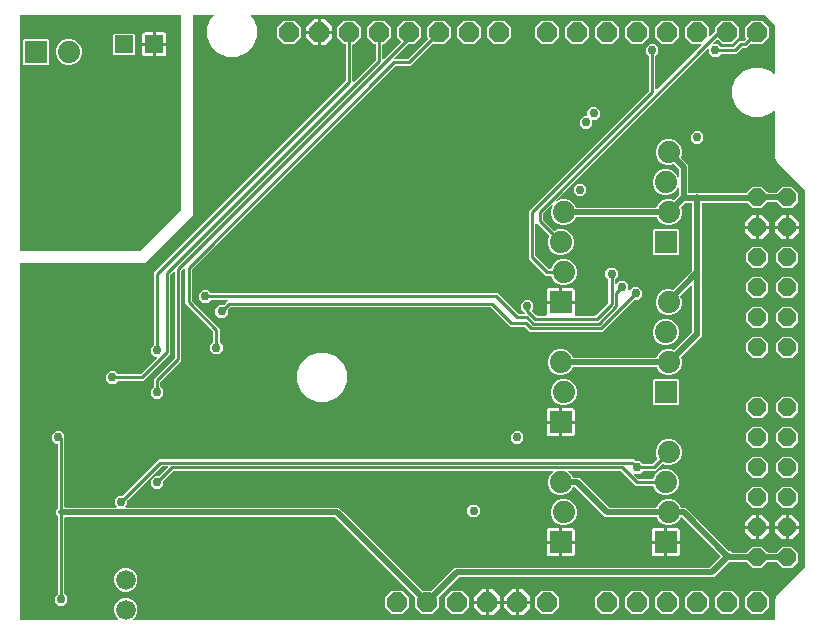
<source format=gbr>
G04 EAGLE Gerber RS-274X export*
G75*
%MOMM*%
%FSLAX34Y34*%
%LPD*%
%INBottom Copper*%
%IPPOS*%
%AMOC8*
5,1,8,0,0,1.08239X$1,22.5*%
G01*
%ADD10P,1.814519X8X22.500000*%
%ADD11R,1.879600X1.879600*%
%ADD12C,1.879600*%
%ADD13P,1.649562X8X292.500000*%
%ADD14P,1.649562X8X112.500000*%
%ADD15C,1.676400*%
%ADD16R,1.524000X1.524000*%
%ADD17C,0.756400*%
%ADD18C,0.254000*%
%ADD19C,0.406400*%
%ADD20C,0.508000*%

G36*
X93385Y10558D02*
X93385Y10558D01*
X93473Y10567D01*
X93494Y10577D01*
X93518Y10581D01*
X93594Y10627D01*
X93674Y10666D01*
X93690Y10683D01*
X93711Y10696D01*
X93767Y10765D01*
X93828Y10829D01*
X93837Y10851D01*
X93852Y10870D01*
X93881Y10954D01*
X93915Y11036D01*
X93917Y11060D01*
X93924Y11082D01*
X93922Y11171D01*
X93925Y11260D01*
X93918Y11283D01*
X93918Y11307D01*
X93884Y11389D01*
X93857Y11474D01*
X93841Y11495D01*
X93833Y11514D01*
X93799Y11552D01*
X93745Y11624D01*
X91931Y13438D01*
X90423Y17079D01*
X90423Y21021D01*
X91932Y24662D01*
X94718Y27448D01*
X98359Y28957D01*
X102301Y28957D01*
X105942Y27448D01*
X108728Y24662D01*
X110237Y21021D01*
X110237Y17079D01*
X108729Y13438D01*
X106915Y11624D01*
X106864Y11551D01*
X106808Y11482D01*
X106800Y11460D01*
X106787Y11440D01*
X106764Y11354D01*
X106736Y11270D01*
X106737Y11246D01*
X106731Y11223D01*
X106740Y11134D01*
X106742Y11045D01*
X106751Y11023D01*
X106754Y11000D01*
X106793Y10920D01*
X106827Y10838D01*
X106843Y10820D01*
X106853Y10799D01*
X106918Y10738D01*
X106978Y10672D01*
X106999Y10661D01*
X107017Y10645D01*
X107098Y10610D01*
X107178Y10569D01*
X107204Y10566D01*
X107223Y10557D01*
X107274Y10555D01*
X107363Y10542D01*
X649224Y10542D01*
X649289Y10553D01*
X649355Y10555D01*
X649398Y10573D01*
X649445Y10581D01*
X649502Y10615D01*
X649562Y10640D01*
X649597Y10671D01*
X649638Y10696D01*
X649680Y10747D01*
X649728Y10791D01*
X649750Y10833D01*
X649779Y10870D01*
X649800Y10932D01*
X649831Y10991D01*
X649839Y11045D01*
X649851Y11082D01*
X649850Y11122D01*
X649858Y11176D01*
X649858Y27497D01*
X651463Y31371D01*
X654518Y34426D01*
X675072Y54981D01*
X675097Y55016D01*
X675128Y55044D01*
X675160Y55107D01*
X675201Y55165D01*
X675211Y55206D01*
X675231Y55244D01*
X675244Y55333D01*
X675257Y55382D01*
X675254Y55403D01*
X675258Y55429D01*
X675258Y373831D01*
X675251Y373873D01*
X675253Y373915D01*
X675231Y373982D01*
X675219Y374052D01*
X675197Y374088D01*
X675184Y374129D01*
X675130Y374201D01*
X675104Y374245D01*
X675088Y374258D01*
X675072Y374279D01*
X654518Y394834D01*
X651463Y397889D01*
X649858Y401763D01*
X649858Y440891D01*
X649842Y440979D01*
X649833Y441067D01*
X649823Y441089D01*
X649819Y441112D01*
X649773Y441189D01*
X649734Y441268D01*
X649717Y441285D01*
X649704Y441305D01*
X649635Y441361D01*
X649571Y441422D01*
X649549Y441432D01*
X649530Y441447D01*
X649446Y441475D01*
X649364Y441510D01*
X649340Y441511D01*
X649318Y441518D01*
X649229Y441516D01*
X649140Y441520D01*
X649117Y441513D01*
X649093Y441512D01*
X649011Y441478D01*
X648926Y441451D01*
X648905Y441435D01*
X648886Y441428D01*
X648848Y441394D01*
X648776Y441340D01*
X646870Y439435D01*
X639168Y436244D01*
X630832Y436244D01*
X623129Y439435D01*
X617235Y445329D01*
X614044Y453032D01*
X614044Y461368D01*
X617235Y469071D01*
X623129Y474965D01*
X630832Y478156D01*
X639168Y478156D01*
X646870Y474965D01*
X648776Y473060D01*
X648802Y473042D01*
X648804Y473040D01*
X648807Y473038D01*
X648849Y473009D01*
X648918Y472953D01*
X648940Y472946D01*
X648960Y472932D01*
X649046Y472910D01*
X649130Y472882D01*
X649154Y472882D01*
X649177Y472876D01*
X649266Y472886D01*
X649355Y472888D01*
X649377Y472897D01*
X649400Y472900D01*
X649480Y472939D01*
X649562Y472972D01*
X649580Y472988D01*
X649601Y472999D01*
X649662Y473064D01*
X649728Y473124D01*
X649739Y473145D01*
X649755Y473162D01*
X649790Y473244D01*
X649831Y473323D01*
X649834Y473350D01*
X649843Y473369D01*
X649845Y473419D01*
X649848Y473441D01*
X649851Y473451D01*
X649851Y473460D01*
X649858Y473509D01*
X649858Y513813D01*
X649853Y513841D01*
X649856Y513870D01*
X649833Y513951D01*
X649819Y514034D01*
X649804Y514058D01*
X649796Y514086D01*
X649726Y514190D01*
X649704Y514227D01*
X649698Y514232D01*
X649692Y514241D01*
X641981Y522653D01*
X641937Y522687D01*
X641899Y522728D01*
X641848Y522754D01*
X641803Y522789D01*
X641749Y522805D01*
X641699Y522831D01*
X641632Y522841D01*
X641588Y522854D01*
X641556Y522852D01*
X641514Y522858D01*
X206809Y522858D01*
X206721Y522842D01*
X206633Y522833D01*
X206611Y522823D01*
X206588Y522819D01*
X206511Y522773D01*
X206432Y522734D01*
X206415Y522717D01*
X206395Y522704D01*
X206339Y522635D01*
X206278Y522571D01*
X206268Y522549D01*
X206253Y522530D01*
X206225Y522446D01*
X206190Y522364D01*
X206189Y522340D01*
X206182Y522318D01*
X206184Y522229D01*
X206180Y522140D01*
X206187Y522117D01*
X206188Y522093D01*
X206222Y522011D01*
X206249Y521926D01*
X206265Y521905D01*
X206272Y521886D01*
X206306Y521848D01*
X206360Y521776D01*
X208265Y519870D01*
X211456Y512168D01*
X211456Y503832D01*
X208265Y496129D01*
X202371Y490235D01*
X194668Y487044D01*
X186332Y487044D01*
X178629Y490235D01*
X172735Y496129D01*
X169544Y503832D01*
X169544Y512168D01*
X172735Y519870D01*
X174640Y521776D01*
X174691Y521849D01*
X174747Y521918D01*
X174754Y521940D01*
X174768Y521960D01*
X174790Y522046D01*
X174818Y522130D01*
X174818Y522154D01*
X174824Y522177D01*
X174814Y522266D01*
X174812Y522355D01*
X174803Y522377D01*
X174800Y522400D01*
X174761Y522480D01*
X174728Y522562D01*
X174712Y522580D01*
X174701Y522601D01*
X174636Y522662D01*
X174576Y522728D01*
X174555Y522739D01*
X174538Y522755D01*
X174456Y522790D01*
X174377Y522831D01*
X174350Y522834D01*
X174331Y522843D01*
X174281Y522845D01*
X174191Y522858D01*
X158115Y522858D01*
X158050Y522847D01*
X157984Y522845D01*
X157941Y522827D01*
X157894Y522819D01*
X157837Y522785D01*
X157777Y522760D01*
X157742Y522729D01*
X157701Y522704D01*
X157659Y522653D01*
X157611Y522609D01*
X157589Y522567D01*
X157560Y522530D01*
X157539Y522468D01*
X157508Y522409D01*
X157500Y522355D01*
X157488Y522318D01*
X157489Y522278D01*
X157481Y522224D01*
X157481Y353495D01*
X116405Y312419D01*
X11176Y312419D01*
X11111Y312408D01*
X11045Y312406D01*
X11002Y312388D01*
X10955Y312380D01*
X10898Y312346D01*
X10838Y312321D01*
X10803Y312290D01*
X10762Y312265D01*
X10720Y312214D01*
X10672Y312170D01*
X10650Y312128D01*
X10621Y312091D01*
X10600Y312029D01*
X10569Y311970D01*
X10561Y311916D01*
X10549Y311879D01*
X10550Y311839D01*
X10542Y311785D01*
X10542Y11176D01*
X10553Y11111D01*
X10555Y11045D01*
X10573Y11002D01*
X10581Y10955D01*
X10615Y10898D01*
X10640Y10838D01*
X10671Y10803D01*
X10696Y10762D01*
X10747Y10720D01*
X10791Y10672D01*
X10833Y10650D01*
X10870Y10621D01*
X10932Y10600D01*
X10991Y10569D01*
X11045Y10561D01*
X11082Y10549D01*
X11122Y10550D01*
X11176Y10542D01*
X93297Y10542D01*
X93385Y10558D01*
G37*
%LPC*%
G36*
X351496Y15493D02*
X351496Y15493D01*
X345693Y21296D01*
X345693Y29296D01*
X345686Y29337D01*
X345688Y29380D01*
X345666Y29447D01*
X345654Y29516D01*
X345632Y29553D01*
X345619Y29593D01*
X345565Y29666D01*
X345539Y29710D01*
X345523Y29723D01*
X345507Y29744D01*
X277902Y97349D01*
X277867Y97374D01*
X277839Y97405D01*
X277776Y97437D01*
X277718Y97478D01*
X277677Y97488D01*
X277639Y97508D01*
X277549Y97521D01*
X277501Y97534D01*
X277480Y97531D01*
X277454Y97535D01*
X49149Y97535D01*
X49084Y97524D01*
X49018Y97522D01*
X48975Y97504D01*
X48928Y97496D01*
X48871Y97462D01*
X48811Y97437D01*
X48776Y97406D01*
X48735Y97381D01*
X48693Y97330D01*
X48645Y97286D01*
X48623Y97244D01*
X48594Y97207D01*
X48573Y97145D01*
X48542Y97086D01*
X48534Y97032D01*
X48522Y96995D01*
X48523Y96955D01*
X48515Y96901D01*
X48515Y32913D01*
X48522Y32871D01*
X48520Y32829D01*
X48542Y32762D01*
X48554Y32692D01*
X48576Y32655D01*
X48589Y32615D01*
X48643Y32542D01*
X48669Y32499D01*
X48685Y32486D01*
X48701Y32464D01*
X51027Y30138D01*
X51027Y25742D01*
X47918Y22633D01*
X43522Y22633D01*
X40413Y25742D01*
X40413Y30138D01*
X42739Y32464D01*
X42764Y32499D01*
X42795Y32528D01*
X42827Y32591D01*
X42868Y32649D01*
X42878Y32690D01*
X42898Y32727D01*
X42911Y32817D01*
X42924Y32866D01*
X42921Y32887D01*
X42925Y32913D01*
X42925Y98384D01*
X42918Y98425D01*
X42920Y98468D01*
X42898Y98535D01*
X42886Y98604D01*
X42864Y98641D01*
X42851Y98681D01*
X42797Y98754D01*
X42771Y98798D01*
X42755Y98811D01*
X42739Y98832D01*
X41655Y99916D01*
X41655Y103284D01*
X42739Y104368D01*
X42764Y104403D01*
X42795Y104431D01*
X42827Y104494D01*
X42868Y104552D01*
X42878Y104593D01*
X42898Y104631D01*
X42911Y104721D01*
X42924Y104769D01*
X42921Y104790D01*
X42925Y104816D01*
X42925Y159159D01*
X42914Y159224D01*
X42912Y159290D01*
X42894Y159333D01*
X42886Y159380D01*
X42852Y159437D01*
X42827Y159497D01*
X42796Y159532D01*
X42771Y159573D01*
X42720Y159615D01*
X42676Y159663D01*
X42634Y159685D01*
X42597Y159714D01*
X42535Y159735D01*
X42476Y159766D01*
X42422Y159774D01*
X42385Y159786D01*
X42345Y159785D01*
X42291Y159793D01*
X40982Y159793D01*
X37873Y162902D01*
X37873Y167298D01*
X40982Y170407D01*
X45378Y170407D01*
X48487Y167298D01*
X48487Y165278D01*
X48494Y165237D01*
X48492Y165194D01*
X48500Y165169D01*
X48500Y165168D01*
X48502Y165164D01*
X48514Y165127D01*
X48515Y165123D01*
X48515Y106299D01*
X48526Y106234D01*
X48528Y106168D01*
X48546Y106125D01*
X48554Y106078D01*
X48588Y106021D01*
X48613Y105961D01*
X48644Y105926D01*
X48669Y105885D01*
X48720Y105843D01*
X48764Y105795D01*
X48806Y105773D01*
X48843Y105744D01*
X48905Y105723D01*
X48964Y105692D01*
X49018Y105684D01*
X49055Y105672D01*
X49095Y105673D01*
X49149Y105665D01*
X92309Y105665D01*
X92397Y105681D01*
X92485Y105690D01*
X92507Y105700D01*
X92530Y105704D01*
X92607Y105750D01*
X92686Y105789D01*
X92703Y105806D01*
X92723Y105819D01*
X92779Y105888D01*
X92840Y105952D01*
X92850Y105974D01*
X92865Y105993D01*
X92893Y106077D01*
X92928Y106159D01*
X92929Y106183D01*
X92936Y106205D01*
X92934Y106294D01*
X92938Y106383D01*
X92931Y106406D01*
X92930Y106430D01*
X92896Y106512D01*
X92869Y106597D01*
X92853Y106618D01*
X92846Y106637D01*
X92812Y106675D01*
X92758Y106747D01*
X91213Y108292D01*
X91213Y112688D01*
X94322Y115797D01*
X97612Y115797D01*
X97653Y115804D01*
X97696Y115802D01*
X97763Y115824D01*
X97833Y115836D01*
X97869Y115858D01*
X97909Y115871D01*
X97982Y115925D01*
X98026Y115951D01*
X98039Y115967D01*
X98060Y115983D01*
X128636Y146559D01*
X530494Y146559D01*
X531860Y145193D01*
X531895Y145168D01*
X531923Y145137D01*
X531986Y145105D01*
X532044Y145064D01*
X532085Y145054D01*
X532123Y145034D01*
X532213Y145021D01*
X532261Y145008D01*
X532282Y145011D01*
X532308Y145007D01*
X535598Y145007D01*
X537924Y142681D01*
X537959Y142656D01*
X537988Y142625D01*
X538051Y142593D01*
X538109Y142552D01*
X538150Y142542D01*
X538187Y142522D01*
X538277Y142509D01*
X538326Y142496D01*
X538347Y142499D01*
X538373Y142495D01*
X545950Y142495D01*
X545991Y142502D01*
X546034Y142500D01*
X546101Y142522D01*
X546171Y142534D01*
X546207Y142556D01*
X546247Y142569D01*
X546320Y142623D01*
X546364Y142649D01*
X546377Y142665D01*
X546398Y142681D01*
X550253Y146535D01*
X550284Y146580D01*
X550322Y146618D01*
X550347Y146671D01*
X550381Y146719D01*
X550394Y146772D01*
X550417Y146821D01*
X550422Y146880D01*
X550437Y146937D01*
X550431Y146991D01*
X550436Y147044D01*
X550418Y147114D01*
X550414Y147160D01*
X550400Y147187D01*
X550390Y147226D01*
X549147Y150227D01*
X549147Y154573D01*
X550810Y158587D01*
X553883Y161660D01*
X557897Y163323D01*
X562243Y163323D01*
X566257Y161660D01*
X569330Y158587D01*
X570993Y154573D01*
X570993Y150227D01*
X569330Y146213D01*
X566257Y143140D01*
X562243Y141477D01*
X557897Y141477D01*
X554896Y142720D01*
X554843Y142732D01*
X554794Y142753D01*
X554735Y142756D01*
X554677Y142768D01*
X554624Y142761D01*
X554569Y142763D01*
X554513Y142745D01*
X554455Y142737D01*
X554407Y142711D01*
X554356Y142694D01*
X554299Y142652D01*
X554258Y142630D01*
X554237Y142607D01*
X554205Y142583D01*
X548528Y136905D01*
X538373Y136905D01*
X538331Y136898D01*
X538289Y136900D01*
X538222Y136878D01*
X538152Y136866D01*
X538115Y136844D01*
X538075Y136831D01*
X538002Y136777D01*
X537959Y136751D01*
X537946Y136735D01*
X537924Y136719D01*
X535598Y134393D01*
X531490Y134393D01*
X531403Y134377D01*
X531314Y134368D01*
X531293Y134358D01*
X531269Y134354D01*
X531193Y134308D01*
X531113Y134269D01*
X531097Y134252D01*
X531076Y134239D01*
X531020Y134170D01*
X530959Y134106D01*
X530950Y134084D01*
X530935Y134065D01*
X530906Y133981D01*
X530872Y133899D01*
X530871Y133875D01*
X530863Y133853D01*
X530866Y133764D01*
X530862Y133675D01*
X530869Y133652D01*
X530870Y133628D01*
X530903Y133546D01*
X530930Y133461D01*
X530946Y133440D01*
X530954Y133421D01*
X530988Y133383D01*
X531042Y133311D01*
X534372Y129980D01*
X534407Y129956D01*
X534435Y129925D01*
X534498Y129893D01*
X534556Y129852D01*
X534597Y129842D01*
X534635Y129822D01*
X534725Y129809D01*
X534773Y129796D01*
X534794Y129799D01*
X534820Y129795D01*
X546441Y129795D01*
X546494Y129804D01*
X546549Y129804D01*
X546604Y129824D01*
X546662Y129834D01*
X546709Y129862D01*
X546760Y129880D01*
X546804Y129919D01*
X546855Y129949D01*
X546889Y129991D01*
X546931Y130026D01*
X546967Y130087D01*
X546997Y130123D01*
X547006Y130152D01*
X547027Y130186D01*
X548270Y133187D01*
X551343Y136260D01*
X555357Y137923D01*
X559703Y137923D01*
X563717Y136260D01*
X566790Y133187D01*
X568453Y129173D01*
X568453Y124827D01*
X566790Y120813D01*
X563717Y117740D01*
X559703Y116077D01*
X555357Y116077D01*
X551343Y117740D01*
X548270Y120813D01*
X547027Y123814D01*
X546998Y123859D01*
X546978Y123909D01*
X546938Y123953D01*
X546906Y124003D01*
X546863Y124035D01*
X546826Y124075D01*
X546774Y124102D01*
X546727Y124137D01*
X546675Y124153D01*
X546627Y124178D01*
X546556Y124188D01*
X546512Y124201D01*
X546481Y124199D01*
X546441Y124205D01*
X532242Y124205D01*
X519728Y136719D01*
X519693Y136744D01*
X519665Y136775D01*
X519602Y136807D01*
X519544Y136848D01*
X519503Y136858D01*
X519465Y136878D01*
X519375Y136891D01*
X519327Y136904D01*
X519306Y136901D01*
X519280Y136905D01*
X475703Y136905D01*
X475615Y136889D01*
X475527Y136880D01*
X475506Y136870D01*
X475482Y136866D01*
X475406Y136820D01*
X475326Y136781D01*
X475309Y136764D01*
X475289Y136751D01*
X475233Y136682D01*
X475172Y136618D01*
X475163Y136596D01*
X475148Y136577D01*
X475119Y136493D01*
X475084Y136411D01*
X475083Y136387D01*
X475076Y136365D01*
X475078Y136276D01*
X475074Y136187D01*
X475082Y136164D01*
X475082Y136140D01*
X475116Y136058D01*
X475143Y135973D01*
X475159Y135952D01*
X475167Y135933D01*
X475201Y135895D01*
X475255Y135823D01*
X477890Y133187D01*
X478607Y131456D01*
X478636Y131411D01*
X478656Y131361D01*
X478696Y131317D01*
X478728Y131267D01*
X478771Y131235D01*
X478808Y131195D01*
X478860Y131168D01*
X478907Y131133D01*
X478959Y131117D01*
X479007Y131092D01*
X479078Y131082D01*
X479122Y131069D01*
X479153Y131071D01*
X479193Y131065D01*
X484284Y131065D01*
X509498Y105851D01*
X509529Y105829D01*
X509547Y105809D01*
X509549Y105808D01*
X509561Y105795D01*
X509624Y105763D01*
X509682Y105722D01*
X509723Y105712D01*
X509761Y105692D01*
X509851Y105679D01*
X509899Y105666D01*
X509920Y105669D01*
X509946Y105665D01*
X549507Y105665D01*
X549560Y105674D01*
X549615Y105674D01*
X549670Y105694D01*
X549728Y105704D01*
X549775Y105732D01*
X549826Y105750D01*
X549871Y105789D01*
X549921Y105819D01*
X549955Y105861D01*
X549997Y105896D01*
X550033Y105957D01*
X550063Y105993D01*
X550067Y106005D01*
X550069Y106007D01*
X550075Y106026D01*
X550093Y106056D01*
X550810Y107787D01*
X553883Y110860D01*
X557897Y112523D01*
X562243Y112523D01*
X566257Y110860D01*
X569330Y107787D01*
X570047Y106056D01*
X570076Y106011D01*
X570090Y105975D01*
X570091Y105975D01*
X570096Y105961D01*
X570136Y105917D01*
X570168Y105867D01*
X570211Y105835D01*
X570248Y105795D01*
X570300Y105768D01*
X570347Y105733D01*
X570399Y105717D01*
X570447Y105692D01*
X570518Y105682D01*
X570562Y105669D01*
X570593Y105671D01*
X570633Y105665D01*
X574454Y105665D01*
X577021Y103098D01*
X611098Y69021D01*
X611133Y68996D01*
X611161Y68965D01*
X611224Y68933D01*
X611282Y68892D01*
X611323Y68882D01*
X611361Y68862D01*
X611451Y68849D01*
X611499Y68836D01*
X611520Y68839D01*
X611546Y68835D01*
X612554Y68835D01*
X613638Y67751D01*
X613673Y67726D01*
X613701Y67695D01*
X613764Y67663D01*
X613822Y67622D01*
X613863Y67612D01*
X613901Y67592D01*
X613991Y67579D01*
X614039Y67566D01*
X614060Y67569D01*
X614086Y67565D01*
X625869Y67565D01*
X625911Y67572D01*
X625954Y67570D01*
X626021Y67592D01*
X626090Y67604D01*
X626127Y67626D01*
X626167Y67639D01*
X626240Y67693D01*
X626283Y67719D01*
X626297Y67735D01*
X626318Y67751D01*
X631212Y72645D01*
X638788Y72645D01*
X643682Y67751D01*
X643717Y67726D01*
X643746Y67695D01*
X643808Y67663D01*
X643866Y67622D01*
X643907Y67612D01*
X643945Y67592D01*
X644035Y67579D01*
X644084Y67566D01*
X644104Y67569D01*
X644131Y67565D01*
X651269Y67565D01*
X651311Y67572D01*
X651354Y67570D01*
X651421Y67592D01*
X651490Y67604D01*
X651527Y67626D01*
X651567Y67639D01*
X651640Y67693D01*
X651683Y67719D01*
X651697Y67735D01*
X651718Y67751D01*
X656612Y72645D01*
X664188Y72645D01*
X669545Y67288D01*
X669545Y59712D01*
X664188Y54355D01*
X656612Y54355D01*
X651718Y59249D01*
X651683Y59274D01*
X651654Y59305D01*
X651592Y59337D01*
X651534Y59378D01*
X651493Y59388D01*
X651455Y59408D01*
X651365Y59421D01*
X651316Y59434D01*
X651296Y59431D01*
X651269Y59435D01*
X644131Y59435D01*
X644089Y59428D01*
X644046Y59430D01*
X643979Y59408D01*
X643910Y59396D01*
X643873Y59374D01*
X643833Y59361D01*
X643760Y59307D01*
X643717Y59281D01*
X643703Y59265D01*
X643682Y59249D01*
X638788Y54355D01*
X631212Y54355D01*
X626318Y59249D01*
X626283Y59274D01*
X626254Y59305D01*
X626192Y59337D01*
X626134Y59378D01*
X626093Y59388D01*
X626055Y59408D01*
X625965Y59421D01*
X625916Y59434D01*
X625896Y59431D01*
X625869Y59435D01*
X611546Y59435D01*
X611505Y59428D01*
X611462Y59430D01*
X611395Y59408D01*
X611326Y59396D01*
X611289Y59374D01*
X611249Y59361D01*
X611176Y59307D01*
X611132Y59281D01*
X611119Y59265D01*
X611098Y59249D01*
X598584Y46735D01*
X382946Y46735D01*
X382905Y46728D01*
X382862Y46730D01*
X382795Y46708D01*
X382726Y46696D01*
X382689Y46674D01*
X382649Y46661D01*
X382576Y46607D01*
X382532Y46581D01*
X382519Y46565D01*
X382498Y46549D01*
X365693Y29744D01*
X365668Y29709D01*
X365637Y29681D01*
X365605Y29618D01*
X365564Y29560D01*
X365554Y29519D01*
X365534Y29481D01*
X365521Y29391D01*
X365508Y29343D01*
X365511Y29322D01*
X365507Y29296D01*
X365507Y21296D01*
X359704Y15493D01*
X351496Y15493D01*
G37*
%LPD*%
G36*
X111975Y322588D02*
X111975Y322588D01*
X112017Y322586D01*
X112084Y322608D01*
X112154Y322620D01*
X112190Y322642D01*
X112231Y322655D01*
X112303Y322709D01*
X112347Y322735D01*
X112354Y322744D01*
X112359Y322747D01*
X112366Y322755D01*
X112381Y322767D01*
X147133Y357519D01*
X147158Y357554D01*
X147189Y357582D01*
X147221Y357645D01*
X147262Y357703D01*
X147272Y357744D01*
X147292Y357782D01*
X147305Y357871D01*
X147318Y357920D01*
X147315Y357941D01*
X147319Y357967D01*
X147319Y522224D01*
X147308Y522289D01*
X147306Y522355D01*
X147288Y522398D01*
X147280Y522445D01*
X147246Y522502D01*
X147221Y522562D01*
X147190Y522597D01*
X147165Y522638D01*
X147114Y522680D01*
X147070Y522728D01*
X147028Y522750D01*
X146991Y522779D01*
X146929Y522800D01*
X146870Y522831D01*
X146816Y522839D01*
X146779Y522851D01*
X146739Y522850D01*
X146685Y522858D01*
X11176Y522858D01*
X11111Y522847D01*
X11045Y522845D01*
X11002Y522827D01*
X10955Y522819D01*
X10898Y522785D01*
X10838Y522760D01*
X10803Y522729D01*
X10762Y522704D01*
X10720Y522653D01*
X10672Y522609D01*
X10650Y522567D01*
X10621Y522530D01*
X10600Y522468D01*
X10569Y522409D01*
X10561Y522355D01*
X10549Y522318D01*
X10550Y522278D01*
X10542Y522224D01*
X10542Y323215D01*
X10553Y323150D01*
X10555Y323084D01*
X10573Y323041D01*
X10581Y322994D01*
X10615Y322937D01*
X10640Y322877D01*
X10671Y322842D01*
X10696Y322801D01*
X10747Y322759D01*
X10791Y322711D01*
X10833Y322689D01*
X10870Y322660D01*
X10932Y322639D01*
X10991Y322608D01*
X11045Y322600D01*
X11082Y322588D01*
X11122Y322589D01*
X11176Y322581D01*
X111933Y322581D01*
X111975Y322588D01*
G37*
G36*
X359537Y35314D02*
X359537Y35314D01*
X359580Y35312D01*
X359647Y35334D01*
X359716Y35346D01*
X359753Y35368D01*
X359793Y35381D01*
X359866Y35435D01*
X359910Y35461D01*
X359923Y35477D01*
X359944Y35493D01*
X379316Y54865D01*
X594954Y54865D01*
X594995Y54872D01*
X595038Y54870D01*
X595105Y54892D01*
X595174Y54904D01*
X595211Y54926D01*
X595251Y54939D01*
X595324Y54993D01*
X595368Y55019D01*
X595381Y55035D01*
X595402Y55051D01*
X604038Y63687D01*
X604076Y63741D01*
X604121Y63788D01*
X604139Y63832D01*
X604166Y63871D01*
X604183Y63934D01*
X604208Y63995D01*
X604210Y64042D01*
X604222Y64088D01*
X604215Y64153D01*
X604218Y64219D01*
X604204Y64264D01*
X604199Y64311D01*
X604170Y64370D01*
X604150Y64433D01*
X604117Y64477D01*
X604099Y64512D01*
X604071Y64539D01*
X604038Y64583D01*
X571272Y97349D01*
X571237Y97374D01*
X571209Y97405D01*
X571146Y97437D01*
X571088Y97478D01*
X571047Y97488D01*
X571009Y97508D01*
X570919Y97521D01*
X570871Y97534D01*
X570850Y97531D01*
X570824Y97535D01*
X570633Y97535D01*
X570580Y97526D01*
X570525Y97526D01*
X570470Y97506D01*
X570412Y97496D01*
X570365Y97468D01*
X570314Y97450D01*
X570269Y97411D01*
X570219Y97381D01*
X570185Y97339D01*
X570143Y97304D01*
X570107Y97243D01*
X570077Y97207D01*
X570068Y97178D01*
X570047Y97144D01*
X569330Y95413D01*
X566257Y92340D01*
X562243Y90677D01*
X557897Y90677D01*
X553883Y92340D01*
X550810Y95413D01*
X550093Y97144D01*
X550064Y97189D01*
X550044Y97239D01*
X550004Y97283D01*
X549972Y97333D01*
X549929Y97365D01*
X549892Y97405D01*
X549840Y97432D01*
X549793Y97467D01*
X549741Y97483D01*
X549693Y97508D01*
X549622Y97518D01*
X549578Y97531D01*
X549547Y97529D01*
X549507Y97535D01*
X506316Y97535D01*
X481102Y122749D01*
X481067Y122774D01*
X481039Y122805D01*
X480976Y122837D01*
X480918Y122878D01*
X480877Y122888D01*
X480839Y122908D01*
X480749Y122921D01*
X480701Y122934D01*
X480680Y122931D01*
X480654Y122935D01*
X479193Y122935D01*
X479140Y122926D01*
X479085Y122926D01*
X479030Y122906D01*
X478972Y122896D01*
X478925Y122868D01*
X478874Y122850D01*
X478829Y122811D01*
X478779Y122781D01*
X478745Y122739D01*
X478703Y122704D01*
X478667Y122643D01*
X478637Y122607D01*
X478628Y122578D01*
X478607Y122544D01*
X477890Y120813D01*
X474817Y117740D01*
X470803Y116077D01*
X466457Y116077D01*
X462443Y117740D01*
X459370Y120813D01*
X457707Y124827D01*
X457707Y129173D01*
X459370Y133187D01*
X462005Y135823D01*
X462056Y135896D01*
X462112Y135965D01*
X462120Y135987D01*
X462134Y136007D01*
X462156Y136093D01*
X462184Y136177D01*
X462184Y136201D01*
X462189Y136224D01*
X462180Y136313D01*
X462178Y136402D01*
X462169Y136424D01*
X462166Y136447D01*
X462127Y136527D01*
X462093Y136609D01*
X462077Y136627D01*
X462067Y136648D01*
X462002Y136709D01*
X461942Y136775D01*
X461921Y136786D01*
X461904Y136802D01*
X461822Y136837D01*
X461742Y136878D01*
X461716Y136881D01*
X461697Y136890D01*
X461647Y136892D01*
X461557Y136905D01*
X141120Y136905D01*
X141079Y136898D01*
X141036Y136900D01*
X140969Y136878D01*
X140899Y136866D01*
X140863Y136844D01*
X140823Y136831D01*
X140750Y136777D01*
X140706Y136751D01*
X140693Y136735D01*
X140672Y136719D01*
X132493Y128540D01*
X132468Y128505D01*
X132437Y128477D01*
X132405Y128414D01*
X132364Y128356D01*
X132354Y128315D01*
X132334Y128277D01*
X132321Y128187D01*
X132308Y128139D01*
X132311Y128118D01*
X132307Y128092D01*
X132307Y124802D01*
X129198Y121693D01*
X124802Y121693D01*
X121693Y124802D01*
X121693Y129198D01*
X124802Y132307D01*
X128092Y132307D01*
X128133Y132314D01*
X128176Y132312D01*
X128243Y132334D01*
X128313Y132346D01*
X128349Y132368D01*
X128389Y132381D01*
X128462Y132435D01*
X128506Y132461D01*
X128513Y132469D01*
X128517Y132472D01*
X128524Y132481D01*
X128540Y132493D01*
X135934Y139887D01*
X135985Y139960D01*
X136041Y140029D01*
X136049Y140051D01*
X136062Y140071D01*
X136084Y140157D01*
X136113Y140241D01*
X136112Y140265D01*
X136118Y140288D01*
X136109Y140377D01*
X136106Y140466D01*
X136097Y140488D01*
X136095Y140511D01*
X136056Y140591D01*
X136022Y140673D01*
X136006Y140691D01*
X135996Y140712D01*
X135931Y140773D01*
X135871Y140839D01*
X135850Y140850D01*
X135832Y140866D01*
X135750Y140901D01*
X135671Y140942D01*
X135645Y140945D01*
X135626Y140954D01*
X135575Y140956D01*
X135486Y140969D01*
X131214Y140969D01*
X131173Y140962D01*
X131130Y140964D01*
X131063Y140942D01*
X130993Y140930D01*
X130957Y140908D01*
X130917Y140895D01*
X130844Y140841D01*
X130800Y140815D01*
X130787Y140799D01*
X130766Y140783D01*
X102013Y112030D01*
X101988Y111995D01*
X101957Y111967D01*
X101925Y111904D01*
X101884Y111846D01*
X101874Y111805D01*
X101854Y111767D01*
X101841Y111677D01*
X101828Y111629D01*
X101831Y111608D01*
X101827Y111582D01*
X101827Y108292D01*
X100282Y106747D01*
X100231Y106674D01*
X100175Y106605D01*
X100168Y106583D01*
X100154Y106563D01*
X100132Y106477D01*
X100104Y106393D01*
X100104Y106369D01*
X100098Y106346D01*
X100108Y106257D01*
X100110Y106168D01*
X100119Y106146D01*
X100122Y106123D01*
X100161Y106043D01*
X100194Y105961D01*
X100210Y105943D01*
X100221Y105922D01*
X100286Y105861D01*
X100346Y105795D01*
X100367Y105784D01*
X100384Y105768D01*
X100466Y105733D01*
X100545Y105692D01*
X100572Y105689D01*
X100591Y105680D01*
X100641Y105678D01*
X100731Y105665D01*
X281084Y105665D01*
X283651Y103098D01*
X351256Y35493D01*
X351291Y35468D01*
X351319Y35437D01*
X351382Y35405D01*
X351440Y35364D01*
X351481Y35354D01*
X351519Y35334D01*
X351609Y35321D01*
X351657Y35308D01*
X351678Y35311D01*
X351704Y35307D01*
X359496Y35307D01*
X359537Y35314D01*
G37*
%LPC*%
G36*
X466457Y217677D02*
X466457Y217677D01*
X462443Y219340D01*
X459370Y222413D01*
X457707Y226427D01*
X457707Y230773D01*
X459370Y234787D01*
X462443Y237860D01*
X466457Y239523D01*
X470803Y239523D01*
X474817Y237860D01*
X477890Y234787D01*
X478607Y233056D01*
X478636Y233011D01*
X478656Y232961D01*
X478696Y232917D01*
X478728Y232867D01*
X478771Y232835D01*
X478808Y232795D01*
X478860Y232768D01*
X478907Y232733D01*
X478959Y232717D01*
X479007Y232692D01*
X479078Y232682D01*
X479122Y232669D01*
X479153Y232671D01*
X479193Y232665D01*
X549507Y232665D01*
X549560Y232674D01*
X549615Y232674D01*
X549670Y232694D01*
X549728Y232704D01*
X549775Y232732D01*
X549826Y232750D01*
X549871Y232789D01*
X549921Y232819D01*
X549955Y232861D01*
X549997Y232896D01*
X550033Y232957D01*
X550063Y232993D01*
X550072Y233022D01*
X550093Y233056D01*
X550810Y234787D01*
X553883Y237860D01*
X557897Y239523D01*
X562243Y239523D01*
X563974Y238806D01*
X564027Y238794D01*
X564076Y238773D01*
X564135Y238770D01*
X564193Y238758D01*
X564246Y238765D01*
X564301Y238763D01*
X564357Y238781D01*
X564415Y238789D01*
X564463Y238815D01*
X564514Y238832D01*
X564571Y238874D01*
X564612Y238896D01*
X564633Y238919D01*
X564665Y238943D01*
X579949Y254228D01*
X579974Y254263D01*
X580005Y254291D01*
X580037Y254354D01*
X580078Y254412D01*
X580088Y254453D01*
X580108Y254491D01*
X580121Y254581D01*
X580134Y254629D01*
X580131Y254650D01*
X580135Y254676D01*
X580135Y293456D01*
X580122Y293528D01*
X580122Y293548D01*
X580118Y293556D01*
X580110Y293632D01*
X580100Y293653D01*
X580096Y293677D01*
X580050Y293753D01*
X580011Y293833D01*
X579994Y293849D01*
X579981Y293870D01*
X579912Y293926D01*
X579848Y293987D01*
X579826Y293996D01*
X579807Y294011D01*
X579723Y294040D01*
X579641Y294074D01*
X579617Y294075D01*
X579595Y294083D01*
X579506Y294080D01*
X579417Y294084D01*
X579394Y294077D01*
X579370Y294076D01*
X579288Y294043D01*
X579203Y294016D01*
X579182Y294000D01*
X579163Y293992D01*
X579125Y293958D01*
X579053Y293904D01*
X570041Y284893D01*
X570010Y284848D01*
X569972Y284810D01*
X569947Y284757D01*
X569913Y284709D01*
X569900Y284656D01*
X569877Y284607D01*
X569872Y284548D01*
X569857Y284491D01*
X569863Y284438D01*
X569858Y284384D01*
X569876Y284314D01*
X569880Y284268D01*
X569894Y284241D01*
X569904Y284202D01*
X570993Y281573D01*
X570993Y277227D01*
X569330Y273213D01*
X566257Y270140D01*
X562243Y268477D01*
X557897Y268477D01*
X553883Y270140D01*
X550810Y273213D01*
X549147Y277227D01*
X549147Y281573D01*
X550810Y285587D01*
X553883Y288660D01*
X557897Y290323D01*
X562243Y290323D01*
X563076Y289978D01*
X563129Y289966D01*
X563178Y289945D01*
X563237Y289942D01*
X563295Y289930D01*
X563348Y289937D01*
X563403Y289935D01*
X563459Y289953D01*
X563517Y289961D01*
X563565Y289987D01*
X563616Y290004D01*
X563673Y290046D01*
X563714Y290068D01*
X563734Y290091D01*
X563767Y290115D01*
X579949Y306298D01*
X579974Y306333D01*
X580005Y306361D01*
X580030Y306410D01*
X580047Y306430D01*
X580051Y306444D01*
X580078Y306482D01*
X580088Y306523D01*
X580108Y306561D01*
X580121Y306651D01*
X580134Y306699D01*
X580131Y306720D01*
X580135Y306746D01*
X580135Y362966D01*
X580124Y363031D01*
X580122Y363097D01*
X580104Y363140D01*
X580096Y363187D01*
X580062Y363244D01*
X580037Y363304D01*
X580006Y363339D01*
X579981Y363380D01*
X579930Y363422D01*
X579886Y363470D01*
X579844Y363492D01*
X579807Y363521D01*
X579745Y363542D01*
X579686Y363573D01*
X579632Y363581D01*
X579595Y363593D01*
X579555Y363592D01*
X579501Y363600D01*
X574081Y363600D01*
X574040Y363593D01*
X573997Y363595D01*
X573930Y363573D01*
X573861Y363561D01*
X573824Y363539D01*
X573784Y363526D01*
X573711Y363472D01*
X573667Y363446D01*
X573654Y363430D01*
X573633Y363415D01*
X570413Y360195D01*
X570382Y360150D01*
X570344Y360112D01*
X570319Y360059D01*
X570285Y360011D01*
X570272Y359958D01*
X570249Y359909D01*
X570244Y359850D01*
X570229Y359793D01*
X570235Y359739D01*
X570230Y359686D01*
X570248Y359616D01*
X570252Y359570D01*
X570266Y359543D01*
X570276Y359504D01*
X570993Y357773D01*
X570993Y353427D01*
X569330Y349413D01*
X566257Y346340D01*
X562243Y344677D01*
X557897Y344677D01*
X553883Y346340D01*
X550810Y349413D01*
X550093Y351144D01*
X550064Y351189D01*
X550044Y351239D01*
X550004Y351283D01*
X549972Y351333D01*
X549929Y351365D01*
X549892Y351405D01*
X549840Y351432D01*
X549793Y351467D01*
X549741Y351483D01*
X549693Y351508D01*
X549622Y351518D01*
X549578Y351531D01*
X549547Y351529D01*
X549507Y351535D01*
X481733Y351535D01*
X481680Y351526D01*
X481625Y351526D01*
X481570Y351506D01*
X481512Y351496D01*
X481465Y351468D01*
X481414Y351450D01*
X481369Y351411D01*
X481319Y351381D01*
X481285Y351339D01*
X481243Y351304D01*
X481207Y351243D01*
X481177Y351207D01*
X481168Y351178D01*
X481147Y351144D01*
X480430Y349413D01*
X477357Y346340D01*
X473343Y344677D01*
X468997Y344677D01*
X464983Y346340D01*
X461910Y349413D01*
X460247Y353427D01*
X460247Y357773D01*
X461767Y361442D01*
X461788Y361540D01*
X461814Y361637D01*
X461812Y361649D01*
X461815Y361661D01*
X461801Y361761D01*
X461790Y361861D01*
X461785Y361871D01*
X461783Y361883D01*
X461735Y361972D01*
X461691Y362062D01*
X461682Y362070D01*
X461677Y362080D01*
X461601Y362147D01*
X461528Y362216D01*
X461517Y362220D01*
X461508Y362228D01*
X461414Y362264D01*
X461321Y362303D01*
X461309Y362304D01*
X461298Y362308D01*
X461197Y362309D01*
X461097Y362313D01*
X461086Y362309D01*
X461074Y362309D01*
X460979Y362275D01*
X460883Y362244D01*
X460873Y362237D01*
X460863Y362233D01*
X460828Y362203D01*
X460733Y362133D01*
X453831Y355231D01*
X453806Y355196D01*
X453775Y355167D01*
X453743Y355104D01*
X453702Y355047D01*
X453692Y355005D01*
X453672Y354968D01*
X453659Y354878D01*
X453646Y354829D01*
X453649Y354809D01*
X453645Y354782D01*
X453645Y349400D01*
X453652Y349359D01*
X453650Y349316D01*
X453672Y349249D01*
X453684Y349179D01*
X453706Y349143D01*
X453719Y349103D01*
X453773Y349030D01*
X453799Y348986D01*
X453815Y348973D01*
X453831Y348952D01*
X462765Y340017D01*
X462810Y339986D01*
X462848Y339948D01*
X462901Y339923D01*
X462949Y339889D01*
X463002Y339876D01*
X463051Y339853D01*
X463110Y339848D01*
X463167Y339833D01*
X463221Y339839D01*
X463274Y339834D01*
X463344Y339852D01*
X463390Y339856D01*
X463417Y339870D01*
X463456Y339880D01*
X466457Y341123D01*
X470803Y341123D01*
X474817Y339460D01*
X477890Y336387D01*
X479553Y332373D01*
X479553Y328027D01*
X477890Y324013D01*
X474817Y320940D01*
X470803Y319277D01*
X466457Y319277D01*
X462443Y320940D01*
X459370Y324013D01*
X457707Y328027D01*
X457707Y332373D01*
X458950Y335374D01*
X458962Y335427D01*
X458983Y335476D01*
X458986Y335535D01*
X458998Y335593D01*
X458991Y335646D01*
X458993Y335701D01*
X458975Y335757D01*
X458967Y335815D01*
X458941Y335863D01*
X458924Y335914D01*
X458882Y335971D01*
X458860Y336012D01*
X458837Y336033D01*
X458813Y336065D01*
X449878Y344999D01*
X448377Y346500D01*
X448304Y346551D01*
X448235Y346607D01*
X448213Y346615D01*
X448193Y346628D01*
X448107Y346650D01*
X448023Y346679D01*
X447999Y346678D01*
X447976Y346684D01*
X447887Y346675D01*
X447798Y346672D01*
X447776Y346663D01*
X447753Y346661D01*
X447673Y346622D01*
X447591Y346588D01*
X447573Y346572D01*
X447552Y346562D01*
X447491Y346497D01*
X447425Y346437D01*
X447414Y346416D01*
X447398Y346398D01*
X447363Y346316D01*
X447322Y346237D01*
X447319Y346211D01*
X447310Y346192D01*
X447308Y346141D01*
X447295Y346052D01*
X447295Y318920D01*
X447302Y318879D01*
X447300Y318836D01*
X447322Y318769D01*
X447334Y318699D01*
X447356Y318663D01*
X447369Y318623D01*
X447423Y318550D01*
X447449Y318506D01*
X447465Y318493D01*
X447481Y318472D01*
X458172Y307781D01*
X458207Y307756D01*
X458235Y307725D01*
X458298Y307693D01*
X458356Y307652D01*
X458397Y307642D01*
X458435Y307622D01*
X458525Y307609D01*
X458573Y307596D01*
X458594Y307599D01*
X458620Y307595D01*
X460081Y307595D01*
X460134Y307604D01*
X460189Y307604D01*
X460244Y307624D01*
X460302Y307634D01*
X460349Y307662D01*
X460400Y307680D01*
X460444Y307719D01*
X460495Y307749D01*
X460529Y307791D01*
X460571Y307826D01*
X460607Y307887D01*
X460637Y307923D01*
X460646Y307952D01*
X460667Y307986D01*
X461910Y310987D01*
X464983Y314060D01*
X468997Y315723D01*
X473343Y315723D01*
X477357Y314060D01*
X480430Y310987D01*
X482093Y306973D01*
X482093Y302627D01*
X480430Y298613D01*
X477357Y295540D01*
X473343Y293877D01*
X468997Y293877D01*
X464983Y295540D01*
X461910Y298613D01*
X460667Y301614D01*
X460638Y301659D01*
X460618Y301709D01*
X460578Y301753D01*
X460546Y301803D01*
X460503Y301835D01*
X460466Y301875D01*
X460414Y301902D01*
X460367Y301937D01*
X460315Y301953D01*
X460267Y301978D01*
X460196Y301988D01*
X460152Y302001D01*
X460121Y301999D01*
X460081Y302005D01*
X456042Y302005D01*
X441705Y316342D01*
X441705Y356758D01*
X543119Y458172D01*
X543144Y458207D01*
X543175Y458235D01*
X543207Y458298D01*
X543248Y458356D01*
X543258Y458397D01*
X543278Y458435D01*
X543291Y458525D01*
X543304Y458573D01*
X543301Y458594D01*
X543305Y458620D01*
X543305Y487787D01*
X543298Y487829D01*
X543300Y487871D01*
X543278Y487938D01*
X543266Y488008D01*
X543244Y488045D01*
X543231Y488085D01*
X543177Y488158D01*
X543151Y488201D01*
X543135Y488214D01*
X543119Y488236D01*
X540793Y490562D01*
X540793Y494958D01*
X543902Y498067D01*
X548298Y498067D01*
X551407Y494958D01*
X551407Y490562D01*
X549081Y488236D01*
X549056Y488201D01*
X549025Y488172D01*
X548993Y488109D01*
X548952Y488051D01*
X548942Y488010D01*
X548922Y487973D01*
X548909Y487883D01*
X548896Y487834D01*
X548899Y487813D01*
X548895Y487787D01*
X548895Y459731D01*
X548911Y459643D01*
X548920Y459555D01*
X548930Y459533D01*
X548934Y459510D01*
X548980Y459433D01*
X549019Y459354D01*
X549036Y459337D01*
X549049Y459317D01*
X549118Y459261D01*
X549182Y459200D01*
X549204Y459190D01*
X549223Y459175D01*
X549307Y459147D01*
X549389Y459112D01*
X549413Y459111D01*
X549435Y459104D01*
X549524Y459106D01*
X549613Y459102D01*
X549636Y459110D01*
X549660Y459110D01*
X549742Y459144D01*
X549827Y459171D01*
X549848Y459187D01*
X549867Y459195D01*
X549905Y459229D01*
X549977Y459282D01*
X587706Y497011D01*
X587756Y497084D01*
X587813Y497153D01*
X587820Y497175D01*
X587834Y497195D01*
X587856Y497281D01*
X587884Y497365D01*
X587884Y497389D01*
X587890Y497412D01*
X587880Y497501D01*
X587878Y497590D01*
X587869Y497612D01*
X587866Y497635D01*
X587827Y497715D01*
X587793Y497797D01*
X587777Y497815D01*
X587767Y497836D01*
X587702Y497897D01*
X587642Y497963D01*
X587621Y497974D01*
X587604Y497990D01*
X587522Y498025D01*
X587442Y498066D01*
X587416Y498069D01*
X587397Y498078D01*
X587347Y498080D01*
X587257Y498093D01*
X580096Y498093D01*
X574293Y503896D01*
X574293Y512104D01*
X580096Y517907D01*
X588304Y517907D01*
X594107Y512104D01*
X594107Y504943D01*
X594123Y504855D01*
X594132Y504767D01*
X594142Y504745D01*
X594146Y504722D01*
X594192Y504645D01*
X594231Y504566D01*
X594248Y504549D01*
X594261Y504529D01*
X594330Y504473D01*
X594394Y504412D01*
X594416Y504402D01*
X594435Y504387D01*
X594519Y504359D01*
X594601Y504324D01*
X594625Y504323D01*
X594647Y504316D01*
X594736Y504318D01*
X594825Y504314D01*
X594848Y504322D01*
X594872Y504322D01*
X594954Y504356D01*
X595039Y504383D01*
X595060Y504399D01*
X595079Y504407D01*
X595117Y504441D01*
X595189Y504494D01*
X599507Y508812D01*
X599532Y508847D01*
X599563Y508876D01*
X599595Y508939D01*
X599636Y508997D01*
X599646Y509038D01*
X599666Y509076D01*
X599679Y509165D01*
X599692Y509214D01*
X599689Y509235D01*
X599693Y509261D01*
X599693Y512104D01*
X605496Y517907D01*
X613704Y517907D01*
X619507Y512104D01*
X619507Y503896D01*
X613704Y498093D01*
X605496Y498093D01*
X601543Y502047D01*
X601489Y502084D01*
X601441Y502129D01*
X601398Y502148D01*
X601359Y502175D01*
X601295Y502191D01*
X601235Y502217D01*
X601187Y502219D01*
X601142Y502231D01*
X601076Y502224D01*
X601011Y502227D01*
X600966Y502212D01*
X600919Y502207D01*
X600860Y502178D01*
X600797Y502158D01*
X600753Y502125D01*
X600717Y502108D01*
X600690Y502079D01*
X600646Y502047D01*
X597749Y499149D01*
X597698Y499076D01*
X597642Y499007D01*
X597635Y498985D01*
X597621Y498965D01*
X597599Y498879D01*
X597570Y498795D01*
X597571Y498771D01*
X597565Y498748D01*
X597574Y498659D01*
X597577Y498570D01*
X597586Y498548D01*
X597588Y498525D01*
X597628Y498445D01*
X597661Y498363D01*
X597677Y498345D01*
X597688Y498324D01*
X597753Y498263D01*
X597813Y498197D01*
X597834Y498186D01*
X597851Y498170D01*
X597933Y498135D01*
X598012Y498094D01*
X598038Y498091D01*
X598058Y498082D01*
X598108Y498080D01*
X598198Y498067D01*
X601638Y498067D01*
X603964Y495741D01*
X603999Y495716D01*
X604028Y495685D01*
X604091Y495653D01*
X604149Y495612D01*
X604190Y495602D01*
X604227Y495582D01*
X604317Y495569D01*
X604366Y495556D01*
X604387Y495559D01*
X604413Y495555D01*
X614530Y495555D01*
X614571Y495562D01*
X614614Y495560D01*
X614681Y495582D01*
X614751Y495594D01*
X614787Y495616D01*
X614827Y495629D01*
X614900Y495683D01*
X614944Y495709D01*
X614957Y495725D01*
X614978Y495741D01*
X619872Y500635D01*
X623420Y500635D01*
X623461Y500642D01*
X623504Y500640D01*
X623571Y500662D01*
X623641Y500674D01*
X623677Y500696D01*
X623717Y500709D01*
X623790Y500763D01*
X623834Y500789D01*
X623847Y500805D01*
X623868Y500820D01*
X625570Y502523D01*
X625608Y502577D01*
X625653Y502624D01*
X625671Y502668D01*
X625698Y502707D01*
X625715Y502770D01*
X625740Y502831D01*
X625742Y502878D01*
X625754Y502924D01*
X625747Y502989D01*
X625750Y503055D01*
X625736Y503100D01*
X625731Y503147D01*
X625702Y503206D01*
X625682Y503269D01*
X625649Y503313D01*
X625632Y503348D01*
X625603Y503375D01*
X625570Y503420D01*
X625093Y503896D01*
X625093Y512104D01*
X630896Y517907D01*
X639104Y517907D01*
X644907Y512104D01*
X644907Y503896D01*
X639104Y498093D01*
X630896Y498093D01*
X630420Y498570D01*
X630366Y498608D01*
X630318Y498653D01*
X630274Y498671D01*
X630235Y498698D01*
X630172Y498715D01*
X630111Y498740D01*
X630064Y498742D01*
X630018Y498754D01*
X629953Y498747D01*
X629887Y498750D01*
X629842Y498736D01*
X629795Y498731D01*
X629736Y498702D01*
X629673Y498682D01*
X629629Y498649D01*
X629594Y498632D01*
X629567Y498603D01*
X629523Y498570D01*
X627820Y496868D01*
X625998Y495045D01*
X622450Y495045D01*
X622409Y495038D01*
X622366Y495040D01*
X622299Y495018D01*
X622229Y495006D01*
X622193Y494984D01*
X622153Y494971D01*
X622080Y494917D01*
X622036Y494891D01*
X622023Y494875D01*
X622002Y494859D01*
X617108Y489965D01*
X604413Y489965D01*
X604371Y489958D01*
X604329Y489960D01*
X604262Y489938D01*
X604192Y489926D01*
X604155Y489904D01*
X604115Y489891D01*
X604042Y489837D01*
X603999Y489811D01*
X603986Y489795D01*
X603964Y489779D01*
X601638Y487453D01*
X597242Y487453D01*
X594133Y490562D01*
X594133Y494002D01*
X594117Y494090D01*
X594108Y494179D01*
X594098Y494200D01*
X594094Y494223D01*
X594048Y494300D01*
X594009Y494380D01*
X593992Y494396D01*
X593979Y494416D01*
X593910Y494472D01*
X593846Y494534D01*
X593824Y494543D01*
X593805Y494558D01*
X593721Y494586D01*
X593639Y494621D01*
X593615Y494622D01*
X593593Y494630D01*
X593504Y494627D01*
X593415Y494631D01*
X593392Y494624D01*
X593368Y494623D01*
X593286Y494590D01*
X593201Y494562D01*
X593180Y494547D01*
X593161Y494539D01*
X593123Y494505D01*
X593051Y494451D01*
X464637Y366037D01*
X464580Y365955D01*
X464519Y365874D01*
X464516Y365863D01*
X464509Y365853D01*
X464484Y365756D01*
X464455Y365659D01*
X464456Y365647D01*
X464453Y365636D01*
X464464Y365536D01*
X464470Y365435D01*
X464475Y365425D01*
X464476Y365413D01*
X464521Y365323D01*
X464562Y365231D01*
X464571Y365222D01*
X464576Y365212D01*
X464649Y365143D01*
X464720Y365071D01*
X464730Y365066D01*
X464739Y365058D01*
X464832Y365019D01*
X464923Y364976D01*
X464935Y364975D01*
X464946Y364970D01*
X465046Y364966D01*
X465146Y364958D01*
X465159Y364961D01*
X465170Y364960D01*
X465213Y364974D01*
X465328Y365003D01*
X468997Y366523D01*
X473343Y366523D01*
X477357Y364860D01*
X480430Y361787D01*
X481147Y360056D01*
X481176Y360011D01*
X481196Y359961D01*
X481236Y359917D01*
X481268Y359867D01*
X481311Y359835D01*
X481348Y359795D01*
X481400Y359768D01*
X481447Y359733D01*
X481499Y359717D01*
X481547Y359692D01*
X481618Y359682D01*
X481662Y359669D01*
X481693Y359671D01*
X481733Y359665D01*
X549507Y359665D01*
X549560Y359674D01*
X549615Y359674D01*
X549670Y359694D01*
X549728Y359704D01*
X549775Y359732D01*
X549826Y359750D01*
X549871Y359789D01*
X549921Y359819D01*
X549955Y359861D01*
X549997Y359896D01*
X550033Y359957D01*
X550063Y359993D01*
X550072Y360022D01*
X550093Y360056D01*
X550810Y361787D01*
X553883Y364860D01*
X557897Y366523D01*
X562243Y366523D01*
X563974Y365806D01*
X564027Y365794D01*
X564076Y365773D01*
X564135Y365770D01*
X564193Y365758D01*
X564247Y365765D01*
X564301Y365763D01*
X564357Y365781D01*
X564415Y365789D01*
X564463Y365815D01*
X564514Y365832D01*
X564571Y365874D01*
X564612Y365896D01*
X564632Y365919D01*
X564665Y365943D01*
X567885Y369163D01*
X568519Y369798D01*
X568544Y369833D01*
X568575Y369861D01*
X568607Y369924D01*
X568648Y369982D01*
X568658Y370023D01*
X568678Y370061D01*
X568691Y370151D01*
X568704Y370199D01*
X568701Y370220D01*
X568705Y370246D01*
X568705Y376248D01*
X568687Y376347D01*
X568673Y376447D01*
X568668Y376458D01*
X568666Y376469D01*
X568615Y376556D01*
X568567Y376644D01*
X568558Y376652D01*
X568551Y376662D01*
X568474Y376726D01*
X568398Y376792D01*
X568386Y376796D01*
X568377Y376804D01*
X568282Y376836D01*
X568188Y376872D01*
X568176Y376872D01*
X568165Y376876D01*
X568065Y376873D01*
X567964Y376874D01*
X567952Y376869D01*
X567940Y376869D01*
X567848Y376832D01*
X567753Y376797D01*
X567744Y376789D01*
X567733Y376785D01*
X567658Y376717D01*
X567582Y376652D01*
X567575Y376641D01*
X567567Y376633D01*
X567546Y376593D01*
X567485Y376491D01*
X566790Y374813D01*
X563717Y371740D01*
X559703Y370077D01*
X555357Y370077D01*
X551343Y371740D01*
X548270Y374813D01*
X546607Y378827D01*
X546607Y383173D01*
X548270Y387187D01*
X551343Y390260D01*
X555357Y391923D01*
X559703Y391923D01*
X563717Y390260D01*
X566790Y387187D01*
X567485Y385509D01*
X567539Y385424D01*
X567591Y385338D01*
X567600Y385330D01*
X567606Y385320D01*
X567687Y385260D01*
X567765Y385196D01*
X567776Y385192D01*
X567786Y385185D01*
X567882Y385156D01*
X567977Y385124D01*
X567989Y385125D01*
X568001Y385121D01*
X568102Y385128D01*
X568202Y385131D01*
X568213Y385135D01*
X568224Y385136D01*
X568317Y385178D01*
X568409Y385215D01*
X568418Y385223D01*
X568429Y385228D01*
X568501Y385299D01*
X568575Y385367D01*
X568581Y385377D01*
X568589Y385386D01*
X568631Y385476D01*
X568678Y385566D01*
X568680Y385579D01*
X568684Y385589D01*
X568688Y385634D01*
X568705Y385752D01*
X568705Y391754D01*
X568698Y391795D01*
X568700Y391838D01*
X568678Y391905D01*
X568666Y391974D01*
X568644Y392011D01*
X568631Y392051D01*
X568577Y392124D01*
X568551Y392168D01*
X568535Y392181D01*
X568519Y392202D01*
X564665Y396057D01*
X564620Y396088D01*
X564582Y396126D01*
X564529Y396151D01*
X564481Y396185D01*
X564428Y396198D01*
X564379Y396221D01*
X564320Y396226D01*
X564263Y396241D01*
X564209Y396235D01*
X564156Y396240D01*
X564086Y396222D01*
X564040Y396218D01*
X564013Y396204D01*
X563974Y396194D01*
X562243Y395477D01*
X557897Y395477D01*
X553883Y397140D01*
X550810Y400213D01*
X549147Y404227D01*
X549147Y408573D01*
X550810Y412587D01*
X553883Y415660D01*
X557897Y417323D01*
X562243Y417323D01*
X566257Y415660D01*
X569330Y412587D01*
X570993Y408573D01*
X570993Y404227D01*
X570276Y402496D01*
X570264Y402443D01*
X570243Y402394D01*
X570240Y402335D01*
X570228Y402277D01*
X570235Y402224D01*
X570233Y402169D01*
X570251Y402113D01*
X570259Y402055D01*
X570285Y402007D01*
X570302Y401956D01*
X570344Y401899D01*
X570366Y401858D01*
X570389Y401837D01*
X570413Y401805D01*
X576835Y395384D01*
X576835Y372491D01*
X576846Y372426D01*
X576848Y372360D01*
X576866Y372317D01*
X576874Y372270D01*
X576908Y372213D01*
X576933Y372153D01*
X576964Y372118D01*
X576989Y372077D01*
X577040Y372035D01*
X577084Y371987D01*
X577126Y371965D01*
X577163Y371936D01*
X577225Y371915D01*
X577284Y371884D01*
X577338Y371876D01*
X577375Y371864D01*
X577415Y371865D01*
X577469Y371857D01*
X581746Y371857D01*
X581787Y371864D01*
X581830Y371862D01*
X581897Y371884D01*
X581966Y371896D01*
X582003Y371918D01*
X582043Y371931D01*
X582116Y371985D01*
X582160Y372011D01*
X582173Y372027D01*
X582194Y372043D01*
X582516Y372365D01*
X585884Y372365D01*
X586206Y372043D01*
X586241Y372018D01*
X586269Y371987D01*
X586332Y371955D01*
X586390Y371914D01*
X586431Y371904D01*
X586469Y371884D01*
X586559Y371871D01*
X586607Y371858D01*
X586628Y371861D01*
X586654Y371857D01*
X625361Y371857D01*
X625403Y371864D01*
X625446Y371862D01*
X625513Y371884D01*
X625582Y371896D01*
X625619Y371918D01*
X625659Y371931D01*
X625732Y371985D01*
X625775Y372011D01*
X625789Y372027D01*
X625810Y372043D01*
X631212Y377445D01*
X638788Y377445D01*
X643682Y372551D01*
X643717Y372526D01*
X643746Y372495D01*
X643808Y372463D01*
X643866Y372422D01*
X643907Y372412D01*
X643945Y372392D01*
X644035Y372379D01*
X644084Y372366D01*
X644104Y372369D01*
X644131Y372365D01*
X651269Y372365D01*
X651311Y372372D01*
X651354Y372370D01*
X651421Y372392D01*
X651490Y372404D01*
X651527Y372426D01*
X651567Y372439D01*
X651640Y372493D01*
X651683Y372519D01*
X651697Y372535D01*
X651718Y372551D01*
X656612Y377445D01*
X664188Y377445D01*
X669545Y372088D01*
X669545Y364512D01*
X664188Y359155D01*
X656612Y359155D01*
X651718Y364049D01*
X651683Y364074D01*
X651654Y364105D01*
X651592Y364137D01*
X651534Y364178D01*
X651493Y364188D01*
X651455Y364208D01*
X651365Y364221D01*
X651316Y364234D01*
X651296Y364231D01*
X651269Y364235D01*
X644131Y364235D01*
X644089Y364228D01*
X644046Y364230D01*
X643979Y364208D01*
X643910Y364196D01*
X643873Y364174D01*
X643833Y364161D01*
X643760Y364107D01*
X643717Y364081D01*
X643703Y364065D01*
X643682Y364049D01*
X638788Y359155D01*
X631212Y359155D01*
X626953Y363414D01*
X626918Y363439D01*
X626889Y363470D01*
X626827Y363502D01*
X626769Y363543D01*
X626728Y363553D01*
X626690Y363573D01*
X626600Y363586D01*
X626551Y363599D01*
X626531Y363596D01*
X626504Y363600D01*
X588899Y363600D01*
X588834Y363589D01*
X588768Y363587D01*
X588725Y363569D01*
X588678Y363561D01*
X588621Y363527D01*
X588561Y363502D01*
X588526Y363471D01*
X588485Y363446D01*
X588443Y363395D01*
X588395Y363351D01*
X588373Y363309D01*
X588344Y363272D01*
X588323Y363210D01*
X588292Y363151D01*
X588284Y363097D01*
X588272Y363060D01*
X588273Y363020D01*
X588265Y362966D01*
X588265Y251046D01*
X585698Y248479D01*
X570413Y233195D01*
X570382Y233150D01*
X570344Y233112D01*
X570319Y233059D01*
X570285Y233011D01*
X570272Y232958D01*
X570249Y232909D01*
X570244Y232850D01*
X570229Y232793D01*
X570235Y232739D01*
X570230Y232686D01*
X570248Y232616D01*
X570252Y232570D01*
X570266Y232543D01*
X570276Y232504D01*
X570993Y230773D01*
X570993Y226427D01*
X569330Y222413D01*
X566257Y219340D01*
X562243Y217677D01*
X557897Y217677D01*
X553883Y219340D01*
X550810Y222413D01*
X550093Y224144D01*
X550064Y224189D01*
X550044Y224239D01*
X550004Y224283D01*
X549972Y224333D01*
X549929Y224365D01*
X549892Y224405D01*
X549840Y224432D01*
X549793Y224467D01*
X549741Y224483D01*
X549693Y224508D01*
X549622Y224518D01*
X549578Y224531D01*
X549547Y224529D01*
X549507Y224535D01*
X479193Y224535D01*
X479140Y224526D01*
X479085Y224526D01*
X479030Y224506D01*
X478972Y224496D01*
X478925Y224468D01*
X478874Y224450D01*
X478829Y224411D01*
X478779Y224381D01*
X478745Y224339D01*
X478703Y224304D01*
X478667Y224243D01*
X478637Y224207D01*
X478628Y224178D01*
X478607Y224144D01*
X477890Y222413D01*
X474817Y219340D01*
X470803Y217677D01*
X466457Y217677D01*
G37*
%LPD*%
%LPC*%
G36*
X124802Y197893D02*
X124802Y197893D01*
X121693Y201002D01*
X121693Y205398D01*
X124019Y207724D01*
X124044Y207759D01*
X124075Y207788D01*
X124107Y207851D01*
X124148Y207909D01*
X124158Y207950D01*
X124178Y207987D01*
X124191Y208077D01*
X124204Y208126D01*
X124201Y208147D01*
X124205Y208173D01*
X124205Y214518D01*
X141799Y232112D01*
X141824Y232147D01*
X141855Y232175D01*
X141887Y232238D01*
X141928Y232296D01*
X141938Y232337D01*
X141958Y232375D01*
X141971Y232465D01*
X141984Y232513D01*
X141981Y232534D01*
X141985Y232560D01*
X141985Y305412D01*
X141969Y305499D01*
X141960Y305588D01*
X141950Y305609D01*
X141946Y305633D01*
X141900Y305709D01*
X141861Y305789D01*
X141844Y305805D01*
X141831Y305826D01*
X141762Y305882D01*
X141698Y305943D01*
X141676Y305952D01*
X141657Y305967D01*
X141573Y305996D01*
X141491Y306030D01*
X141467Y306031D01*
X141445Y306039D01*
X141356Y306036D01*
X141267Y306040D01*
X141244Y306033D01*
X141220Y306032D01*
X141138Y305999D01*
X141053Y305972D01*
X141032Y305956D01*
X141013Y305948D01*
X140975Y305914D01*
X140903Y305860D01*
X138447Y303405D01*
X138423Y303370D01*
X138392Y303341D01*
X138359Y303279D01*
X138319Y303221D01*
X138309Y303180D01*
X138289Y303142D01*
X138276Y303052D01*
X138270Y303028D01*
X138268Y303025D01*
X138268Y303024D01*
X138263Y303003D01*
X138265Y302983D01*
X138261Y302956D01*
X138261Y235909D01*
X115458Y213105D01*
X93873Y213105D01*
X93831Y213098D01*
X93789Y213100D01*
X93722Y213078D01*
X93652Y213066D01*
X93615Y213044D01*
X93575Y213031D01*
X93502Y212977D01*
X93459Y212951D01*
X93446Y212935D01*
X93424Y212919D01*
X91098Y210593D01*
X86702Y210593D01*
X83593Y213702D01*
X83593Y218098D01*
X86702Y221207D01*
X91098Y221207D01*
X93424Y218881D01*
X93459Y218856D01*
X93488Y218825D01*
X93551Y218793D01*
X93609Y218752D01*
X93650Y218742D01*
X93687Y218722D01*
X93777Y218709D01*
X93826Y218696D01*
X93847Y218699D01*
X93873Y218695D01*
X112880Y218695D01*
X112921Y218702D01*
X112964Y218700D01*
X113031Y218722D01*
X113101Y218734D01*
X113137Y218756D01*
X113177Y218769D01*
X113250Y218823D01*
X113294Y218849D01*
X113307Y218865D01*
X113328Y218881D01*
X126818Y232371D01*
X126869Y232444D01*
X126925Y232513D01*
X126933Y232535D01*
X126946Y232555D01*
X126968Y232641D01*
X126997Y232725D01*
X126996Y232749D01*
X127002Y232772D01*
X126993Y232861D01*
X126990Y232950D01*
X126981Y232972D01*
X126979Y232995D01*
X126940Y233075D01*
X126906Y233157D01*
X126890Y233175D01*
X126880Y233196D01*
X126815Y233257D01*
X126755Y233323D01*
X126734Y233334D01*
X126716Y233350D01*
X126634Y233385D01*
X126555Y233426D01*
X126529Y233429D01*
X126510Y233438D01*
X126459Y233440D01*
X126370Y233453D01*
X124802Y233453D01*
X121693Y236562D01*
X121693Y240958D01*
X124019Y243284D01*
X124044Y243319D01*
X124075Y243348D01*
X124107Y243411D01*
X124148Y243469D01*
X124158Y243510D01*
X124178Y243547D01*
X124191Y243637D01*
X124204Y243686D01*
X124201Y243707D01*
X124205Y243733D01*
X124205Y304688D01*
X286579Y467062D01*
X286604Y467097D01*
X286635Y467125D01*
X286667Y467188D01*
X286708Y467246D01*
X286718Y467287D01*
X286738Y467325D01*
X286751Y467415D01*
X286764Y467463D01*
X286761Y467484D01*
X286765Y467510D01*
X286765Y497459D01*
X286754Y497524D01*
X286752Y497590D01*
X286734Y497633D01*
X286726Y497680D01*
X286692Y497737D01*
X286667Y497797D01*
X286636Y497832D01*
X286611Y497873D01*
X286560Y497915D01*
X286516Y497963D01*
X286474Y497985D01*
X286437Y498014D01*
X286375Y498035D01*
X286316Y498066D01*
X286262Y498074D01*
X286225Y498086D01*
X286185Y498085D01*
X286131Y498093D01*
X285456Y498093D01*
X279653Y503896D01*
X279653Y512104D01*
X285456Y517907D01*
X293664Y517907D01*
X299467Y512104D01*
X299467Y503896D01*
X293664Y498093D01*
X292989Y498093D01*
X292924Y498082D01*
X292858Y498080D01*
X292815Y498062D01*
X292768Y498054D01*
X292711Y498020D01*
X292651Y497995D01*
X292616Y497964D01*
X292575Y497939D01*
X292533Y497888D01*
X292485Y497844D01*
X292463Y497802D01*
X292434Y497765D01*
X292413Y497703D01*
X292382Y497644D01*
X292374Y497590D01*
X292362Y497553D01*
X292363Y497513D01*
X292355Y497459D01*
X292355Y466748D01*
X292371Y466661D01*
X292380Y466572D01*
X292390Y466551D01*
X292394Y466527D01*
X292440Y466451D01*
X292479Y466371D01*
X292496Y466355D01*
X292509Y466334D01*
X292578Y466278D01*
X292642Y466217D01*
X292664Y466208D01*
X292683Y466193D01*
X292767Y466164D01*
X292849Y466130D01*
X292873Y466129D01*
X292895Y466121D01*
X292984Y466124D01*
X293073Y466120D01*
X293096Y466127D01*
X293120Y466128D01*
X293202Y466161D01*
X293287Y466188D01*
X293308Y466204D01*
X293327Y466212D01*
X293365Y466246D01*
X293437Y466300D01*
X311979Y484842D01*
X312004Y484877D01*
X312035Y484905D01*
X312067Y484968D01*
X312108Y485026D01*
X312118Y485067D01*
X312138Y485105D01*
X312151Y485195D01*
X312164Y485243D01*
X312161Y485264D01*
X312165Y485290D01*
X312165Y497459D01*
X312154Y497524D01*
X312152Y497590D01*
X312134Y497633D01*
X312126Y497680D01*
X312092Y497737D01*
X312067Y497797D01*
X312036Y497832D01*
X312011Y497873D01*
X311960Y497915D01*
X311916Y497963D01*
X311874Y497985D01*
X311837Y498014D01*
X311775Y498035D01*
X311716Y498066D01*
X311662Y498074D01*
X311625Y498086D01*
X311585Y498085D01*
X311531Y498093D01*
X310856Y498093D01*
X305053Y503896D01*
X305053Y512104D01*
X310856Y517907D01*
X319064Y517907D01*
X324867Y512104D01*
X324867Y503896D01*
X319064Y498093D01*
X318389Y498093D01*
X318324Y498082D01*
X318258Y498080D01*
X318215Y498062D01*
X318168Y498054D01*
X318111Y498020D01*
X318051Y497995D01*
X318016Y497964D01*
X317975Y497939D01*
X317933Y497888D01*
X317885Y497844D01*
X317863Y497802D01*
X317834Y497765D01*
X317813Y497703D01*
X317782Y497644D01*
X317774Y497590D01*
X317762Y497553D01*
X317763Y497513D01*
X317755Y497459D01*
X317755Y485798D01*
X317771Y485711D01*
X317780Y485622D01*
X317790Y485601D01*
X317794Y485577D01*
X317840Y485501D01*
X317879Y485421D01*
X317896Y485405D01*
X317909Y485384D01*
X317978Y485328D01*
X318042Y485267D01*
X318064Y485258D01*
X318083Y485243D01*
X318167Y485214D01*
X318249Y485180D01*
X318273Y485179D01*
X318295Y485171D01*
X318384Y485174D01*
X318473Y485170D01*
X318496Y485177D01*
X318520Y485178D01*
X318602Y485211D01*
X318687Y485238D01*
X318708Y485254D01*
X318727Y485262D01*
X318765Y485296D01*
X318837Y485350D01*
X333470Y499983D01*
X333508Y500037D01*
X333553Y500084D01*
X333571Y500128D01*
X333598Y500167D01*
X333615Y500230D01*
X333640Y500291D01*
X333642Y500338D01*
X333654Y500384D01*
X333647Y500449D01*
X333650Y500515D01*
X333636Y500560D01*
X333631Y500607D01*
X333602Y500666D01*
X333582Y500729D01*
X333549Y500773D01*
X333532Y500808D01*
X333503Y500835D01*
X333470Y500880D01*
X330453Y503896D01*
X330453Y512104D01*
X336256Y517907D01*
X344464Y517907D01*
X350267Y512104D01*
X350267Y503896D01*
X344464Y498093D01*
X339748Y498093D01*
X339706Y498086D01*
X339664Y498088D01*
X339597Y498066D01*
X339527Y498054D01*
X339491Y498032D01*
X339450Y498019D01*
X339378Y497965D01*
X339334Y497939D01*
X339321Y497923D01*
X339300Y497907D01*
X327870Y486477D01*
X327819Y486404D01*
X327763Y486335D01*
X327755Y486313D01*
X327742Y486293D01*
X327720Y486207D01*
X327691Y486123D01*
X327692Y486099D01*
X327686Y486076D01*
X327695Y485987D01*
X327698Y485898D01*
X327707Y485876D01*
X327709Y485853D01*
X327748Y485773D01*
X327782Y485691D01*
X327798Y485673D01*
X327808Y485652D01*
X327873Y485591D01*
X327933Y485525D01*
X327954Y485514D01*
X327972Y485498D01*
X328054Y485463D01*
X328133Y485422D01*
X328159Y485419D01*
X328178Y485410D01*
X328229Y485408D01*
X328318Y485395D01*
X338940Y485395D01*
X338981Y485402D01*
X339024Y485400D01*
X339091Y485422D01*
X339161Y485434D01*
X339197Y485456D01*
X339237Y485469D01*
X339310Y485523D01*
X339354Y485549D01*
X339367Y485565D01*
X339388Y485581D01*
X356330Y502523D01*
X356368Y502577D01*
X356413Y502624D01*
X356431Y502668D01*
X356458Y502707D01*
X356475Y502770D01*
X356500Y502831D01*
X356502Y502878D01*
X356514Y502924D01*
X356507Y502989D01*
X356510Y503055D01*
X356496Y503100D01*
X356491Y503147D01*
X356462Y503206D01*
X356442Y503269D01*
X356409Y503313D01*
X356392Y503348D01*
X356363Y503375D01*
X356330Y503420D01*
X355853Y503896D01*
X355853Y512104D01*
X361656Y517907D01*
X369864Y517907D01*
X375667Y512104D01*
X375667Y503896D01*
X369864Y498093D01*
X361656Y498093D01*
X361180Y498570D01*
X361126Y498608D01*
X361078Y498653D01*
X361034Y498671D01*
X360995Y498698D01*
X360932Y498715D01*
X360871Y498740D01*
X360824Y498742D01*
X360778Y498754D01*
X360713Y498747D01*
X360647Y498750D01*
X360602Y498736D01*
X360555Y498731D01*
X360496Y498702D01*
X360433Y498682D01*
X360389Y498649D01*
X360354Y498632D01*
X360327Y498603D01*
X360283Y498570D01*
X341518Y479805D01*
X329080Y479805D01*
X329039Y479798D01*
X328996Y479800D01*
X328929Y479778D01*
X328859Y479766D01*
X328823Y479744D01*
X328783Y479731D01*
X328710Y479677D01*
X328666Y479651D01*
X328653Y479635D01*
X328632Y479619D01*
X156651Y307638D01*
X156626Y307603D01*
X156595Y307575D01*
X156563Y307512D01*
X156522Y307454D01*
X156512Y307413D01*
X156492Y307375D01*
X156479Y307285D01*
X156466Y307237D01*
X156469Y307216D01*
X156465Y307190D01*
X156465Y280820D01*
X156472Y280779D01*
X156470Y280736D01*
X156492Y280669D01*
X156504Y280599D01*
X156526Y280563D01*
X156539Y280523D01*
X156593Y280450D01*
X156619Y280406D01*
X156635Y280393D01*
X156651Y280372D01*
X179960Y257063D01*
X179960Y245638D01*
X179967Y245596D01*
X179965Y245554D01*
X179987Y245487D01*
X179999Y245417D01*
X180021Y245380D01*
X180034Y245340D01*
X180088Y245267D01*
X180114Y245224D01*
X180130Y245211D01*
X180146Y245189D01*
X182472Y242863D01*
X182472Y238467D01*
X179363Y235358D01*
X174967Y235358D01*
X171858Y238467D01*
X171858Y242863D01*
X174184Y245189D01*
X174209Y245224D01*
X174240Y245253D01*
X174272Y245316D01*
X174313Y245374D01*
X174323Y245415D01*
X174343Y245452D01*
X174356Y245542D01*
X174369Y245591D01*
X174366Y245612D01*
X174370Y245638D01*
X174370Y254485D01*
X174363Y254526D01*
X174365Y254569D01*
X174343Y254636D01*
X174331Y254706D01*
X174309Y254742D01*
X174296Y254782D01*
X174242Y254855D01*
X174216Y254899D01*
X174200Y254912D01*
X174184Y254933D01*
X150875Y278242D01*
X150875Y307952D01*
X150859Y308039D01*
X150850Y308128D01*
X150840Y308149D01*
X150836Y308173D01*
X150790Y308249D01*
X150751Y308329D01*
X150734Y308345D01*
X150721Y308366D01*
X150652Y308422D01*
X150588Y308483D01*
X150566Y308492D01*
X150547Y308507D01*
X150463Y308536D01*
X150381Y308570D01*
X150357Y308571D01*
X150335Y308579D01*
X150246Y308576D01*
X150157Y308580D01*
X150134Y308573D01*
X150110Y308572D01*
X150028Y308539D01*
X149943Y308512D01*
X149922Y308496D01*
X149903Y308488D01*
X149865Y308454D01*
X149793Y308400D01*
X147760Y306368D01*
X147736Y306333D01*
X147705Y306305D01*
X147673Y306242D01*
X147632Y306184D01*
X147622Y306143D01*
X147602Y306105D01*
X147589Y306015D01*
X147576Y305967D01*
X147579Y305946D01*
X147575Y305920D01*
X147575Y229982D01*
X129981Y212388D01*
X129956Y212353D01*
X129925Y212325D01*
X129893Y212262D01*
X129852Y212204D01*
X129842Y212163D01*
X129822Y212125D01*
X129809Y212035D01*
X129796Y211987D01*
X129799Y211966D01*
X129795Y211940D01*
X129795Y208173D01*
X129802Y208131D01*
X129800Y208089D01*
X129822Y208022D01*
X129834Y207952D01*
X129856Y207915D01*
X129869Y207875D01*
X129923Y207802D01*
X129949Y207759D01*
X129965Y207746D01*
X129981Y207724D01*
X132307Y205398D01*
X132307Y201002D01*
X129198Y197893D01*
X124802Y197893D01*
G37*
%LPD*%
%LPC*%
G36*
X442516Y254507D02*
X442516Y254507D01*
X438383Y258639D01*
X438349Y258664D01*
X438320Y258695D01*
X438257Y258727D01*
X438199Y258768D01*
X438158Y258778D01*
X438120Y258798D01*
X438031Y258811D01*
X437982Y258824D01*
X437961Y258821D01*
X437935Y258825D01*
X425562Y258825D01*
X409238Y275149D01*
X409203Y275174D01*
X409175Y275205D01*
X409112Y275237D01*
X409054Y275278D01*
X409013Y275288D01*
X408975Y275308D01*
X408885Y275321D01*
X408837Y275334D01*
X408816Y275331D01*
X408790Y275335D01*
X189380Y275335D01*
X189339Y275328D01*
X189296Y275330D01*
X189229Y275308D01*
X189159Y275296D01*
X189123Y275274D01*
X189083Y275261D01*
X189010Y275207D01*
X188966Y275181D01*
X188953Y275165D01*
X188932Y275149D01*
X187103Y273320D01*
X187078Y273285D01*
X187047Y273257D01*
X187015Y273194D01*
X186974Y273136D01*
X186964Y273095D01*
X186944Y273057D01*
X186931Y272967D01*
X186918Y272919D01*
X186921Y272898D01*
X186917Y272872D01*
X186917Y269582D01*
X183808Y266473D01*
X179412Y266473D01*
X176303Y269582D01*
X176303Y273978D01*
X179412Y277087D01*
X182702Y277087D01*
X182743Y277094D01*
X182786Y277092D01*
X182853Y277114D01*
X182923Y277126D01*
X182959Y277148D01*
X182999Y277161D01*
X183072Y277215D01*
X183116Y277241D01*
X183129Y277257D01*
X183150Y277273D01*
X184979Y279102D01*
X186480Y280603D01*
X186531Y280676D01*
X186587Y280745D01*
X186595Y280767D01*
X186608Y280787D01*
X186630Y280873D01*
X186659Y280957D01*
X186658Y280981D01*
X186664Y281004D01*
X186655Y281093D01*
X186652Y281182D01*
X186643Y281204D01*
X186641Y281227D01*
X186602Y281307D01*
X186568Y281389D01*
X186552Y281407D01*
X186542Y281428D01*
X186477Y281489D01*
X186417Y281555D01*
X186396Y281566D01*
X186378Y281582D01*
X186296Y281617D01*
X186217Y281658D01*
X186191Y281661D01*
X186172Y281670D01*
X186121Y281672D01*
X186032Y281685D01*
X172613Y281685D01*
X172571Y281678D01*
X172529Y281680D01*
X172462Y281658D01*
X172392Y281646D01*
X172355Y281624D01*
X172315Y281611D01*
X172242Y281557D01*
X172199Y281531D01*
X172186Y281515D01*
X172164Y281499D01*
X169838Y279173D01*
X165442Y279173D01*
X162333Y282282D01*
X162333Y286678D01*
X165442Y289787D01*
X169838Y289787D01*
X172164Y287461D01*
X172199Y287436D01*
X172228Y287405D01*
X172291Y287373D01*
X172349Y287332D01*
X172390Y287322D01*
X172427Y287302D01*
X172517Y287289D01*
X172566Y287276D01*
X172587Y287279D01*
X172613Y287275D01*
X415178Y287275D01*
X432772Y269681D01*
X432807Y269656D01*
X432835Y269625D01*
X432898Y269593D01*
X432956Y269552D01*
X432997Y269542D01*
X433035Y269522D01*
X433125Y269509D01*
X433173Y269496D01*
X433194Y269499D01*
X433220Y269495D01*
X437492Y269495D01*
X437579Y269510D01*
X437668Y269520D01*
X437689Y269530D01*
X437713Y269534D01*
X437789Y269580D01*
X437869Y269619D01*
X437885Y269636D01*
X437906Y269649D01*
X437962Y269718D01*
X438023Y269782D01*
X438032Y269804D01*
X438047Y269823D01*
X438076Y269907D01*
X438110Y269989D01*
X438111Y270013D01*
X438119Y270035D01*
X438116Y270124D01*
X438120Y270213D01*
X438113Y270236D01*
X438112Y270260D01*
X438079Y270342D01*
X438052Y270427D01*
X438036Y270448D01*
X438028Y270467D01*
X437994Y270505D01*
X437940Y270577D01*
X437504Y271014D01*
X437498Y271049D01*
X437500Y271091D01*
X437478Y271158D01*
X437466Y271228D01*
X437444Y271265D01*
X437431Y271305D01*
X437377Y271378D01*
X437351Y271421D01*
X437335Y271434D01*
X437319Y271456D01*
X434993Y273782D01*
X434993Y278178D01*
X438102Y281287D01*
X442498Y281287D01*
X445607Y278178D01*
X445607Y273782D01*
X444572Y272747D01*
X444534Y272693D01*
X444489Y272645D01*
X444471Y272602D01*
X444444Y272563D01*
X444428Y272499D01*
X444402Y272439D01*
X444400Y272391D01*
X444388Y272346D01*
X444395Y272280D01*
X444392Y272215D01*
X444406Y272170D01*
X444411Y272123D01*
X444440Y272064D01*
X444461Y272001D01*
X444493Y271957D01*
X444511Y271921D01*
X444539Y271894D01*
X444572Y271850D01*
X448012Y268410D01*
X448047Y268386D01*
X448075Y268355D01*
X448138Y268323D01*
X448196Y268282D01*
X448237Y268272D01*
X448275Y268252D01*
X448365Y268239D01*
X448413Y268226D01*
X448434Y268229D01*
X448460Y268225D01*
X456251Y268225D01*
X456287Y268231D01*
X456323Y268229D01*
X456397Y268251D01*
X456472Y268264D01*
X456503Y268283D01*
X456538Y268293D01*
X456599Y268339D01*
X456665Y268379D01*
X456688Y268407D01*
X456717Y268428D01*
X456758Y268493D01*
X456807Y268553D01*
X456818Y268587D01*
X456838Y268618D01*
X456854Y268693D01*
X456879Y268765D01*
X456878Y268801D01*
X456885Y268837D01*
X456873Y268940D01*
X456872Y268990D01*
X456866Y269004D01*
X456864Y269023D01*
X456691Y269667D01*
X456691Y278131D01*
X467995Y278131D01*
X468060Y278142D01*
X468125Y278144D01*
X468169Y278162D01*
X468216Y278170D01*
X468272Y278204D01*
X468333Y278229D01*
X468368Y278260D01*
X468409Y278285D01*
X468450Y278336D01*
X468499Y278380D01*
X468521Y278422D01*
X468550Y278459D01*
X468571Y278521D01*
X468601Y278580D01*
X468610Y278634D01*
X468622Y278671D01*
X468621Y278711D01*
X468629Y278765D01*
X468629Y279401D01*
X468631Y279401D01*
X468631Y278765D01*
X468643Y278700D01*
X468644Y278634D01*
X468662Y278591D01*
X468671Y278544D01*
X468704Y278487D01*
X468729Y278427D01*
X468761Y278392D01*
X468785Y278351D01*
X468836Y278310D01*
X468880Y278261D01*
X468922Y278239D01*
X468959Y278210D01*
X469021Y278189D01*
X469080Y278158D01*
X469134Y278150D01*
X469171Y278138D01*
X469211Y278139D01*
X469265Y278131D01*
X480569Y278131D01*
X480569Y269667D01*
X480396Y269023D01*
X480393Y268987D01*
X480381Y268953D01*
X480384Y268876D01*
X480377Y268800D01*
X480387Y268765D01*
X480388Y268728D01*
X480417Y268658D01*
X480437Y268583D01*
X480459Y268554D01*
X480472Y268521D01*
X480524Y268464D01*
X480569Y268402D01*
X480599Y268382D01*
X480624Y268355D01*
X480692Y268320D01*
X480756Y268277D01*
X480791Y268269D01*
X480823Y268252D01*
X480926Y268237D01*
X480974Y268226D01*
X480990Y268228D01*
X481009Y268225D01*
X497690Y268225D01*
X497731Y268232D01*
X497774Y268230D01*
X497841Y268252D01*
X497911Y268264D01*
X497947Y268286D01*
X497987Y268299D01*
X498060Y268353D01*
X498104Y268379D01*
X498117Y268395D01*
X498138Y268411D01*
X508829Y279102D01*
X508854Y279137D01*
X508885Y279165D01*
X508917Y279228D01*
X508958Y279286D01*
X508968Y279327D01*
X508988Y279365D01*
X509001Y279455D01*
X509014Y279503D01*
X509011Y279524D01*
X509015Y279550D01*
X509015Y298557D01*
X509008Y298599D01*
X509010Y298641D01*
X508988Y298708D01*
X508976Y298778D01*
X508954Y298815D01*
X508941Y298855D01*
X508887Y298928D01*
X508861Y298971D01*
X508845Y298984D01*
X508829Y299006D01*
X506503Y301332D01*
X506503Y305728D01*
X509612Y308837D01*
X514008Y308837D01*
X517117Y305728D01*
X517117Y301332D01*
X514791Y299006D01*
X514766Y298971D01*
X514735Y298942D01*
X514703Y298879D01*
X514662Y298821D01*
X514652Y298780D01*
X514632Y298743D01*
X514619Y298653D01*
X514606Y298604D01*
X514609Y298583D01*
X514605Y298557D01*
X514605Y295041D01*
X514621Y294953D01*
X514630Y294865D01*
X514640Y294843D01*
X514644Y294820D01*
X514690Y294743D01*
X514729Y294664D01*
X514746Y294647D01*
X514759Y294627D01*
X514828Y294571D01*
X514892Y294510D01*
X514914Y294500D01*
X514933Y294485D01*
X515017Y294457D01*
X515099Y294422D01*
X515123Y294421D01*
X515145Y294414D01*
X515234Y294416D01*
X515323Y294412D01*
X515346Y294419D01*
X515370Y294420D01*
X515452Y294453D01*
X515537Y294481D01*
X515558Y294497D01*
X515577Y294504D01*
X515615Y294538D01*
X515687Y294592D01*
X518502Y297407D01*
X522898Y297407D01*
X526007Y294298D01*
X526007Y289933D01*
X526023Y289845D01*
X526032Y289757D01*
X526042Y289735D01*
X526046Y289712D01*
X526092Y289635D01*
X526131Y289556D01*
X526148Y289539D01*
X526161Y289519D01*
X526230Y289463D01*
X526294Y289402D01*
X526316Y289392D01*
X526335Y289377D01*
X526419Y289349D01*
X526501Y289314D01*
X526525Y289313D01*
X526547Y289306D01*
X526636Y289308D01*
X526725Y289304D01*
X526748Y289311D01*
X526772Y289312D01*
X526854Y289345D01*
X526939Y289373D01*
X526960Y289389D01*
X526979Y289396D01*
X527017Y289430D01*
X527089Y289484D01*
X529932Y292327D01*
X534328Y292327D01*
X537437Y289218D01*
X537437Y284822D01*
X534328Y281713D01*
X531038Y281713D01*
X530997Y281706D01*
X530954Y281708D01*
X530887Y281686D01*
X530817Y281674D01*
X530781Y281652D01*
X530741Y281639D01*
X530668Y281585D01*
X530624Y281559D01*
X530611Y281543D01*
X530590Y281527D01*
X522919Y273856D01*
X522894Y273821D01*
X522863Y273793D01*
X522831Y273730D01*
X522790Y273672D01*
X522787Y273660D01*
X503634Y254507D01*
X442516Y254507D01*
G37*
%LPD*%
%LPC*%
G36*
X262532Y194944D02*
X262532Y194944D01*
X254829Y198135D01*
X248935Y204029D01*
X245744Y211732D01*
X245744Y220068D01*
X248935Y227771D01*
X254829Y233665D01*
X262532Y236856D01*
X270868Y236856D01*
X278571Y233665D01*
X284465Y227771D01*
X287656Y220068D01*
X287656Y211732D01*
X284465Y204029D01*
X278571Y198135D01*
X270868Y194944D01*
X262532Y194944D01*
G37*
%LPD*%
%LPC*%
G36*
X547500Y192277D02*
X547500Y192277D01*
X546607Y193170D01*
X546607Y213230D01*
X547500Y214123D01*
X567560Y214123D01*
X568453Y213230D01*
X568453Y193170D01*
X567560Y192277D01*
X547500Y192277D01*
G37*
%LPD*%
%LPC*%
G36*
X14100Y480567D02*
X14100Y480567D01*
X13207Y481460D01*
X13207Y501520D01*
X14100Y502413D01*
X34160Y502413D01*
X35053Y501520D01*
X35053Y481460D01*
X34160Y480567D01*
X14100Y480567D01*
G37*
%LPD*%
%LPC*%
G36*
X547500Y319277D02*
X547500Y319277D01*
X546607Y320170D01*
X546607Y340230D01*
X547500Y341123D01*
X567560Y341123D01*
X568453Y340230D01*
X568453Y320170D01*
X567560Y319277D01*
X547500Y319277D01*
G37*
%LPD*%
%LPC*%
G36*
X555357Y243077D02*
X555357Y243077D01*
X551343Y244740D01*
X548270Y247813D01*
X546607Y251827D01*
X546607Y256173D01*
X548270Y260187D01*
X551343Y263260D01*
X555357Y264923D01*
X559703Y264923D01*
X563717Y263260D01*
X566790Y260187D01*
X568453Y256173D01*
X568453Y251827D01*
X566790Y247813D01*
X563717Y244740D01*
X559703Y243077D01*
X555357Y243077D01*
G37*
%LPD*%
%LPC*%
G36*
X468997Y192277D02*
X468997Y192277D01*
X464983Y193940D01*
X461910Y197013D01*
X460247Y201027D01*
X460247Y205373D01*
X461910Y209387D01*
X464983Y212460D01*
X468997Y214123D01*
X473343Y214123D01*
X477357Y212460D01*
X480430Y209387D01*
X482093Y205373D01*
X482093Y201027D01*
X480430Y197013D01*
X477357Y193940D01*
X473343Y192277D01*
X468997Y192277D01*
G37*
%LPD*%
%LPC*%
G36*
X49897Y480567D02*
X49897Y480567D01*
X45883Y482230D01*
X42810Y485303D01*
X41147Y489317D01*
X41147Y493663D01*
X42810Y497677D01*
X45883Y500750D01*
X49897Y502413D01*
X54243Y502413D01*
X58257Y500750D01*
X61330Y497677D01*
X62993Y493663D01*
X62993Y489317D01*
X61330Y485303D01*
X58257Y482230D01*
X54243Y480567D01*
X49897Y480567D01*
G37*
%LPD*%
%LPC*%
G36*
X468997Y90677D02*
X468997Y90677D01*
X464983Y92340D01*
X461910Y95413D01*
X460247Y99427D01*
X460247Y103773D01*
X461910Y107787D01*
X464983Y110860D01*
X468997Y112523D01*
X473343Y112523D01*
X477357Y110860D01*
X480430Y107787D01*
X482093Y103773D01*
X482093Y99427D01*
X480430Y95413D01*
X477357Y92340D01*
X473343Y90677D01*
X468997Y90677D01*
G37*
%LPD*%
%LPC*%
G36*
X90808Y488695D02*
X90808Y488695D01*
X89915Y489588D01*
X89915Y506092D01*
X90808Y506985D01*
X107312Y506985D01*
X108205Y506092D01*
X108205Y489588D01*
X107312Y488695D01*
X90808Y488695D01*
G37*
%LPD*%
%LPC*%
G36*
X234656Y498093D02*
X234656Y498093D01*
X228853Y503896D01*
X228853Y512104D01*
X234656Y517907D01*
X242864Y517907D01*
X248667Y512104D01*
X248667Y503896D01*
X242864Y498093D01*
X234656Y498093D01*
G37*
%LPD*%
%LPC*%
G36*
X453096Y15493D02*
X453096Y15493D01*
X447293Y21296D01*
X447293Y29504D01*
X453096Y35307D01*
X461304Y35307D01*
X467107Y29504D01*
X467107Y21296D01*
X461304Y15493D01*
X453096Y15493D01*
G37*
%LPD*%
%LPC*%
G36*
X554696Y498093D02*
X554696Y498093D01*
X548893Y503896D01*
X548893Y512104D01*
X554696Y517907D01*
X562904Y517907D01*
X568707Y512104D01*
X568707Y503896D01*
X562904Y498093D01*
X554696Y498093D01*
G37*
%LPD*%
%LPC*%
G36*
X412456Y498093D02*
X412456Y498093D01*
X406653Y503896D01*
X406653Y512104D01*
X412456Y517907D01*
X420664Y517907D01*
X426467Y512104D01*
X426467Y503896D01*
X420664Y498093D01*
X412456Y498093D01*
G37*
%LPD*%
%LPC*%
G36*
X453096Y498093D02*
X453096Y498093D01*
X447293Y503896D01*
X447293Y512104D01*
X453096Y517907D01*
X461304Y517907D01*
X467107Y512104D01*
X467107Y503896D01*
X461304Y498093D01*
X453096Y498093D01*
G37*
%LPD*%
%LPC*%
G36*
X529296Y498093D02*
X529296Y498093D01*
X523493Y503896D01*
X523493Y512104D01*
X529296Y517907D01*
X537504Y517907D01*
X543307Y512104D01*
X543307Y503896D01*
X537504Y498093D01*
X529296Y498093D01*
G37*
%LPD*%
%LPC*%
G36*
X387056Y498093D02*
X387056Y498093D01*
X381253Y503896D01*
X381253Y512104D01*
X387056Y517907D01*
X395264Y517907D01*
X401067Y512104D01*
X401067Y503896D01*
X395264Y498093D01*
X387056Y498093D01*
G37*
%LPD*%
%LPC*%
G36*
X478496Y498093D02*
X478496Y498093D01*
X472693Y503896D01*
X472693Y512104D01*
X478496Y517907D01*
X486704Y517907D01*
X492507Y512104D01*
X492507Y503896D01*
X486704Y498093D01*
X478496Y498093D01*
G37*
%LPD*%
%LPC*%
G36*
X503896Y15493D02*
X503896Y15493D01*
X498093Y21296D01*
X498093Y29504D01*
X503896Y35307D01*
X512104Y35307D01*
X517907Y29504D01*
X517907Y21296D01*
X512104Y15493D01*
X503896Y15493D01*
G37*
%LPD*%
%LPC*%
G36*
X529296Y15493D02*
X529296Y15493D01*
X523493Y21296D01*
X523493Y29504D01*
X529296Y35307D01*
X537504Y35307D01*
X543307Y29504D01*
X543307Y21296D01*
X537504Y15493D01*
X529296Y15493D01*
G37*
%LPD*%
%LPC*%
G36*
X605496Y15493D02*
X605496Y15493D01*
X599693Y21296D01*
X599693Y29504D01*
X605496Y35307D01*
X613704Y35307D01*
X619507Y29504D01*
X619507Y21296D01*
X613704Y15493D01*
X605496Y15493D01*
G37*
%LPD*%
%LPC*%
G36*
X554696Y15493D02*
X554696Y15493D01*
X548893Y21296D01*
X548893Y29504D01*
X554696Y35307D01*
X562904Y35307D01*
X568707Y29504D01*
X568707Y21296D01*
X562904Y15493D01*
X554696Y15493D01*
G37*
%LPD*%
%LPC*%
G36*
X580096Y15493D02*
X580096Y15493D01*
X574293Y21296D01*
X574293Y29504D01*
X580096Y35307D01*
X588304Y35307D01*
X594107Y29504D01*
X594107Y21296D01*
X588304Y15493D01*
X580096Y15493D01*
G37*
%LPD*%
%LPC*%
G36*
X503896Y498093D02*
X503896Y498093D01*
X498093Y503896D01*
X498093Y512104D01*
X503896Y517907D01*
X512104Y517907D01*
X517907Y512104D01*
X517907Y503896D01*
X512104Y498093D01*
X503896Y498093D01*
G37*
%LPD*%
%LPC*%
G36*
X630896Y15493D02*
X630896Y15493D01*
X625093Y21296D01*
X625093Y29504D01*
X630896Y35307D01*
X639104Y35307D01*
X644907Y29504D01*
X644907Y21296D01*
X639104Y15493D01*
X630896Y15493D01*
G37*
%LPD*%
%LPC*%
G36*
X326096Y15493D02*
X326096Y15493D01*
X320293Y21296D01*
X320293Y29504D01*
X326096Y35307D01*
X334304Y35307D01*
X340107Y29504D01*
X340107Y21296D01*
X334304Y15493D01*
X326096Y15493D01*
G37*
%LPD*%
%LPC*%
G36*
X376896Y15493D02*
X376896Y15493D01*
X371093Y21296D01*
X371093Y29504D01*
X376896Y35307D01*
X385104Y35307D01*
X390907Y29504D01*
X390907Y21296D01*
X385104Y15493D01*
X376896Y15493D01*
G37*
%LPD*%
%LPC*%
G36*
X98359Y34543D02*
X98359Y34543D01*
X94718Y36052D01*
X91932Y38838D01*
X90423Y42479D01*
X90423Y46421D01*
X91932Y50062D01*
X94718Y52848D01*
X98359Y54357D01*
X102301Y54357D01*
X105942Y52848D01*
X108728Y50062D01*
X110237Y46421D01*
X110237Y42479D01*
X108728Y38838D01*
X105942Y36052D01*
X102301Y34543D01*
X98359Y34543D01*
G37*
%LPD*%
%LPC*%
G36*
X631212Y232155D02*
X631212Y232155D01*
X625855Y237512D01*
X625855Y245088D01*
X631212Y250445D01*
X638788Y250445D01*
X644145Y245088D01*
X644145Y237512D01*
X638788Y232155D01*
X631212Y232155D01*
G37*
%LPD*%
%LPC*%
G36*
X656612Y105155D02*
X656612Y105155D01*
X651255Y110512D01*
X651255Y118088D01*
X656612Y123445D01*
X664188Y123445D01*
X669545Y118088D01*
X669545Y110512D01*
X664188Y105155D01*
X656612Y105155D01*
G37*
%LPD*%
%LPC*%
G36*
X631212Y282955D02*
X631212Y282955D01*
X625855Y288312D01*
X625855Y295888D01*
X631212Y301245D01*
X638788Y301245D01*
X644145Y295888D01*
X644145Y288312D01*
X638788Y282955D01*
X631212Y282955D01*
G37*
%LPD*%
%LPC*%
G36*
X631212Y308355D02*
X631212Y308355D01*
X625855Y313712D01*
X625855Y321288D01*
X631212Y326645D01*
X638788Y326645D01*
X644145Y321288D01*
X644145Y313712D01*
X638788Y308355D01*
X631212Y308355D01*
G37*
%LPD*%
%LPC*%
G36*
X656612Y308355D02*
X656612Y308355D01*
X651255Y313712D01*
X651255Y321288D01*
X656612Y326645D01*
X664188Y326645D01*
X669545Y321288D01*
X669545Y313712D01*
X664188Y308355D01*
X656612Y308355D01*
G37*
%LPD*%
%LPC*%
G36*
X631212Y181355D02*
X631212Y181355D01*
X625855Y186712D01*
X625855Y194288D01*
X631212Y199645D01*
X638788Y199645D01*
X644145Y194288D01*
X644145Y186712D01*
X638788Y181355D01*
X631212Y181355D01*
G37*
%LPD*%
%LPC*%
G36*
X656612Y181355D02*
X656612Y181355D01*
X651255Y186712D01*
X651255Y194288D01*
X656612Y199645D01*
X664188Y199645D01*
X669545Y194288D01*
X669545Y186712D01*
X664188Y181355D01*
X656612Y181355D01*
G37*
%LPD*%
%LPC*%
G36*
X631212Y105155D02*
X631212Y105155D01*
X625855Y110512D01*
X625855Y118088D01*
X631212Y123445D01*
X638788Y123445D01*
X644145Y118088D01*
X644145Y110512D01*
X638788Y105155D01*
X631212Y105155D01*
G37*
%LPD*%
%LPC*%
G36*
X656612Y130555D02*
X656612Y130555D01*
X651255Y135912D01*
X651255Y143488D01*
X656612Y148845D01*
X664188Y148845D01*
X669545Y143488D01*
X669545Y135912D01*
X664188Y130555D01*
X656612Y130555D01*
G37*
%LPD*%
%LPC*%
G36*
X631212Y130555D02*
X631212Y130555D01*
X625855Y135912D01*
X625855Y143488D01*
X631212Y148845D01*
X638788Y148845D01*
X644145Y143488D01*
X644145Y135912D01*
X638788Y130555D01*
X631212Y130555D01*
G37*
%LPD*%
%LPC*%
G36*
X631212Y155955D02*
X631212Y155955D01*
X625855Y161312D01*
X625855Y168888D01*
X631212Y174245D01*
X638788Y174245D01*
X644145Y168888D01*
X644145Y161312D01*
X638788Y155955D01*
X631212Y155955D01*
G37*
%LPD*%
%LPC*%
G36*
X656612Y155955D02*
X656612Y155955D01*
X651255Y161312D01*
X651255Y168888D01*
X656612Y174245D01*
X664188Y174245D01*
X669545Y168888D01*
X669545Y161312D01*
X664188Y155955D01*
X656612Y155955D01*
G37*
%LPD*%
%LPC*%
G36*
X656612Y257555D02*
X656612Y257555D01*
X651255Y262912D01*
X651255Y270488D01*
X656612Y275845D01*
X664188Y275845D01*
X669545Y270488D01*
X669545Y262912D01*
X664188Y257555D01*
X656612Y257555D01*
G37*
%LPD*%
%LPC*%
G36*
X631212Y257555D02*
X631212Y257555D01*
X625855Y262912D01*
X625855Y270488D01*
X631212Y275845D01*
X638788Y275845D01*
X644145Y270488D01*
X644145Y262912D01*
X638788Y257555D01*
X631212Y257555D01*
G37*
%LPD*%
%LPC*%
G36*
X656612Y282955D02*
X656612Y282955D01*
X651255Y288312D01*
X651255Y295888D01*
X656612Y301245D01*
X664188Y301245D01*
X669545Y295888D01*
X669545Y288312D01*
X664188Y282955D01*
X656612Y282955D01*
G37*
%LPD*%
%LPC*%
G36*
X656612Y232155D02*
X656612Y232155D01*
X651255Y237512D01*
X651255Y245088D01*
X656612Y250445D01*
X664188Y250445D01*
X669545Y245088D01*
X669545Y237512D01*
X664188Y232155D01*
X656612Y232155D01*
G37*
%LPD*%
%LPC*%
G36*
X488022Y426493D02*
X488022Y426493D01*
X484913Y429602D01*
X484913Y433998D01*
X488022Y437107D01*
X490629Y437107D01*
X490694Y437118D01*
X490760Y437120D01*
X490803Y437138D01*
X490850Y437146D01*
X490907Y437180D01*
X490967Y437205D01*
X491002Y437236D01*
X491043Y437261D01*
X491085Y437312D01*
X491133Y437356D01*
X491155Y437398D01*
X491184Y437435D01*
X491205Y437497D01*
X491236Y437556D01*
X491244Y437610D01*
X491256Y437647D01*
X491255Y437687D01*
X491263Y437741D01*
X491263Y441618D01*
X494372Y444727D01*
X498768Y444727D01*
X501877Y441618D01*
X501877Y437222D01*
X498768Y434113D01*
X496161Y434113D01*
X496096Y434102D01*
X496030Y434100D01*
X495987Y434082D01*
X495940Y434074D01*
X495883Y434040D01*
X495823Y434015D01*
X495788Y433984D01*
X495747Y433959D01*
X495705Y433908D01*
X495657Y433864D01*
X495635Y433822D01*
X495606Y433785D01*
X495585Y433723D01*
X495554Y433664D01*
X495546Y433610D01*
X495534Y433573D01*
X495535Y433533D01*
X495527Y433479D01*
X495527Y429602D01*
X492418Y426493D01*
X488022Y426493D01*
G37*
%LPD*%
%LPC*%
G36*
X469899Y179069D02*
X469899Y179069D01*
X469899Y189739D01*
X478363Y189739D01*
X479009Y189566D01*
X479588Y189231D01*
X480061Y188758D01*
X480396Y188179D01*
X480569Y187533D01*
X480569Y179069D01*
X469899Y179069D01*
G37*
%LPD*%
%LPC*%
G36*
X558799Y77469D02*
X558799Y77469D01*
X558799Y88139D01*
X567263Y88139D01*
X567909Y87966D01*
X568488Y87631D01*
X568961Y87158D01*
X569296Y86579D01*
X569469Y85933D01*
X569469Y77469D01*
X558799Y77469D01*
G37*
%LPD*%
%LPC*%
G36*
X469899Y77469D02*
X469899Y77469D01*
X469899Y88139D01*
X478363Y88139D01*
X479009Y87966D01*
X479588Y87631D01*
X480061Y87158D01*
X480396Y86579D01*
X480569Y85933D01*
X480569Y77469D01*
X469899Y77469D01*
G37*
%LPD*%
%LPC*%
G36*
X469899Y280669D02*
X469899Y280669D01*
X469899Y291339D01*
X478363Y291339D01*
X479009Y291166D01*
X479588Y290831D01*
X480061Y290358D01*
X480396Y289779D01*
X480569Y289133D01*
X480569Y280669D01*
X469899Y280669D01*
G37*
%LPD*%
%LPC*%
G36*
X456691Y280669D02*
X456691Y280669D01*
X456691Y289133D01*
X456864Y289779D01*
X457199Y290358D01*
X457672Y290831D01*
X458251Y291166D01*
X458897Y291339D01*
X467361Y291339D01*
X467361Y280669D01*
X456691Y280669D01*
G37*
%LPD*%
%LPC*%
G36*
X456691Y77469D02*
X456691Y77469D01*
X456691Y85933D01*
X456864Y86579D01*
X457199Y87158D01*
X457672Y87631D01*
X458251Y87966D01*
X458897Y88139D01*
X467361Y88139D01*
X467361Y77469D01*
X456691Y77469D01*
G37*
%LPD*%
%LPC*%
G36*
X545591Y77469D02*
X545591Y77469D01*
X545591Y85933D01*
X545764Y86579D01*
X546099Y87158D01*
X546572Y87631D01*
X547151Y87966D01*
X547797Y88139D01*
X556261Y88139D01*
X556261Y77469D01*
X545591Y77469D01*
G37*
%LPD*%
%LPC*%
G36*
X456691Y179069D02*
X456691Y179069D01*
X456691Y187533D01*
X456864Y188179D01*
X457199Y188758D01*
X457672Y189231D01*
X458251Y189566D01*
X458897Y189739D01*
X467361Y189739D01*
X467361Y179069D01*
X456691Y179069D01*
G37*
%LPD*%
%LPC*%
G36*
X558799Y64261D02*
X558799Y64261D01*
X558799Y74931D01*
X569469Y74931D01*
X569469Y66467D01*
X569296Y65821D01*
X568961Y65242D01*
X568488Y64769D01*
X567909Y64434D01*
X567263Y64261D01*
X558799Y64261D01*
G37*
%LPD*%
%LPC*%
G36*
X469899Y165861D02*
X469899Y165861D01*
X469899Y176531D01*
X480569Y176531D01*
X480569Y168067D01*
X480396Y167421D01*
X480061Y166842D01*
X479588Y166369D01*
X479009Y166034D01*
X478363Y165861D01*
X469899Y165861D01*
G37*
%LPD*%
%LPC*%
G36*
X469899Y64261D02*
X469899Y64261D01*
X469899Y74931D01*
X480569Y74931D01*
X480569Y66467D01*
X480396Y65821D01*
X480061Y65242D01*
X479588Y64769D01*
X479009Y64434D01*
X478363Y64261D01*
X469899Y64261D01*
G37*
%LPD*%
%LPC*%
G36*
X547797Y64261D02*
X547797Y64261D01*
X547151Y64434D01*
X546572Y64769D01*
X546099Y65242D01*
X545764Y65821D01*
X545591Y66467D01*
X545591Y74931D01*
X556261Y74931D01*
X556261Y64261D01*
X547797Y64261D01*
G37*
%LPD*%
%LPC*%
G36*
X458897Y64261D02*
X458897Y64261D01*
X458251Y64434D01*
X457672Y64769D01*
X457199Y65242D01*
X456864Y65821D01*
X456691Y66467D01*
X456691Y74931D01*
X467361Y74931D01*
X467361Y64261D01*
X458897Y64261D01*
G37*
%LPD*%
%LPC*%
G36*
X458897Y165861D02*
X458897Y165861D01*
X458251Y166034D01*
X457672Y166369D01*
X457199Y166842D01*
X456864Y167421D01*
X456691Y168067D01*
X456691Y176531D01*
X467361Y176531D01*
X467361Y165861D01*
X458897Y165861D01*
G37*
%LPD*%
%LPC*%
G36*
X392772Y97563D02*
X392772Y97563D01*
X389663Y100672D01*
X389663Y105068D01*
X392772Y108177D01*
X397168Y108177D01*
X400277Y105068D01*
X400277Y100672D01*
X397168Y97563D01*
X392772Y97563D01*
G37*
%LPD*%
%LPC*%
G36*
X429602Y159793D02*
X429602Y159793D01*
X426493Y162902D01*
X426493Y167298D01*
X429602Y170407D01*
X433998Y170407D01*
X437107Y167298D01*
X437107Y162902D01*
X433998Y159793D01*
X429602Y159793D01*
G37*
%LPD*%
%LPC*%
G36*
X482942Y369343D02*
X482942Y369343D01*
X479833Y372452D01*
X479833Y376848D01*
X482942Y379957D01*
X487338Y379957D01*
X490447Y376848D01*
X490447Y372452D01*
X487338Y369343D01*
X482942Y369343D01*
G37*
%LPD*%
%LPC*%
G36*
X582002Y413793D02*
X582002Y413793D01*
X578893Y416902D01*
X578893Y421298D01*
X582002Y424407D01*
X586398Y424407D01*
X589507Y421298D01*
X589507Y416902D01*
X586398Y413793D01*
X582002Y413793D01*
G37*
%LPD*%
%LPC*%
G36*
X125729Y499109D02*
X125729Y499109D01*
X125729Y508001D01*
X132415Y508001D01*
X133061Y507828D01*
X133640Y507493D01*
X134113Y507020D01*
X134448Y506441D01*
X134621Y505795D01*
X134621Y499109D01*
X125729Y499109D01*
G37*
%LPD*%
%LPC*%
G36*
X114299Y499109D02*
X114299Y499109D01*
X114299Y505795D01*
X114472Y506441D01*
X114807Y507020D01*
X115280Y507493D01*
X115859Y507828D01*
X116505Y508001D01*
X123191Y508001D01*
X123191Y499109D01*
X114299Y499109D01*
G37*
%LPD*%
%LPC*%
G36*
X125729Y487679D02*
X125729Y487679D01*
X125729Y496571D01*
X134621Y496571D01*
X134621Y489885D01*
X134448Y489239D01*
X134113Y488660D01*
X133640Y488187D01*
X133061Y487852D01*
X132415Y487679D01*
X125729Y487679D01*
G37*
%LPD*%
%LPC*%
G36*
X116505Y487679D02*
X116505Y487679D01*
X115859Y487852D01*
X115280Y488187D01*
X114807Y488660D01*
X114472Y489239D01*
X114299Y489885D01*
X114299Y496571D01*
X123191Y496571D01*
X123191Y487679D01*
X116505Y487679D01*
G37*
%LPD*%
%LPC*%
G36*
X265429Y509269D02*
X265429Y509269D01*
X265429Y518923D01*
X268684Y518923D01*
X275083Y512524D01*
X275083Y509269D01*
X265429Y509269D01*
G37*
%LPD*%
%LPC*%
G36*
X433069Y26669D02*
X433069Y26669D01*
X433069Y36323D01*
X436324Y36323D01*
X442723Y29924D01*
X442723Y26669D01*
X433069Y26669D01*
G37*
%LPD*%
%LPC*%
G36*
X407669Y26669D02*
X407669Y26669D01*
X407669Y36323D01*
X410924Y36323D01*
X417323Y29924D01*
X417323Y26669D01*
X407669Y26669D01*
G37*
%LPD*%
%LPC*%
G36*
X265429Y497077D02*
X265429Y497077D01*
X265429Y506731D01*
X275083Y506731D01*
X275083Y503476D01*
X268684Y497077D01*
X265429Y497077D01*
G37*
%LPD*%
%LPC*%
G36*
X253237Y509269D02*
X253237Y509269D01*
X253237Y512524D01*
X259636Y518923D01*
X262891Y518923D01*
X262891Y509269D01*
X253237Y509269D01*
G37*
%LPD*%
%LPC*%
G36*
X420877Y26669D02*
X420877Y26669D01*
X420877Y29924D01*
X427276Y36323D01*
X430531Y36323D01*
X430531Y26669D01*
X420877Y26669D01*
G37*
%LPD*%
%LPC*%
G36*
X395477Y26669D02*
X395477Y26669D01*
X395477Y29924D01*
X401876Y36323D01*
X405131Y36323D01*
X405131Y26669D01*
X395477Y26669D01*
G37*
%LPD*%
%LPC*%
G36*
X433069Y14477D02*
X433069Y14477D01*
X433069Y24131D01*
X442723Y24131D01*
X442723Y20876D01*
X436324Y14477D01*
X433069Y14477D01*
G37*
%LPD*%
%LPC*%
G36*
X407669Y14477D02*
X407669Y14477D01*
X407669Y24131D01*
X417323Y24131D01*
X417323Y20876D01*
X410924Y14477D01*
X407669Y14477D01*
G37*
%LPD*%
%LPC*%
G36*
X401876Y14477D02*
X401876Y14477D01*
X395477Y20876D01*
X395477Y24131D01*
X405131Y24131D01*
X405131Y14477D01*
X401876Y14477D01*
G37*
%LPD*%
%LPC*%
G36*
X427276Y14477D02*
X427276Y14477D01*
X420877Y20876D01*
X420877Y24131D01*
X430531Y24131D01*
X430531Y14477D01*
X427276Y14477D01*
G37*
%LPD*%
%LPC*%
G36*
X259636Y497077D02*
X259636Y497077D01*
X253237Y503476D01*
X253237Y506731D01*
X262891Y506731D01*
X262891Y497077D01*
X259636Y497077D01*
G37*
%LPD*%
%LPC*%
G36*
X636269Y344169D02*
X636269Y344169D01*
X636269Y353061D01*
X639209Y353061D01*
X645161Y347109D01*
X645161Y344169D01*
X636269Y344169D01*
G37*
%LPD*%
%LPC*%
G36*
X661669Y90169D02*
X661669Y90169D01*
X661669Y99061D01*
X664609Y99061D01*
X670561Y93109D01*
X670561Y90169D01*
X661669Y90169D01*
G37*
%LPD*%
%LPC*%
G36*
X636269Y90169D02*
X636269Y90169D01*
X636269Y99061D01*
X639209Y99061D01*
X645161Y93109D01*
X645161Y90169D01*
X636269Y90169D01*
G37*
%LPD*%
%LPC*%
G36*
X661669Y344169D02*
X661669Y344169D01*
X661669Y353061D01*
X664609Y353061D01*
X670561Y347109D01*
X670561Y344169D01*
X661669Y344169D01*
G37*
%LPD*%
%LPC*%
G36*
X661669Y341631D02*
X661669Y341631D01*
X670561Y341631D01*
X670561Y338691D01*
X664609Y332739D01*
X661669Y332739D01*
X661669Y341631D01*
G37*
%LPD*%
%LPC*%
G36*
X636269Y341631D02*
X636269Y341631D01*
X645161Y341631D01*
X645161Y338691D01*
X639209Y332739D01*
X636269Y332739D01*
X636269Y341631D01*
G37*
%LPD*%
%LPC*%
G36*
X661669Y87631D02*
X661669Y87631D01*
X670561Y87631D01*
X670561Y84691D01*
X664609Y78739D01*
X661669Y78739D01*
X661669Y87631D01*
G37*
%LPD*%
%LPC*%
G36*
X636269Y87631D02*
X636269Y87631D01*
X645161Y87631D01*
X645161Y84691D01*
X639209Y78739D01*
X636269Y78739D01*
X636269Y87631D01*
G37*
%LPD*%
%LPC*%
G36*
X624839Y344169D02*
X624839Y344169D01*
X624839Y347109D01*
X630791Y353061D01*
X633731Y353061D01*
X633731Y344169D01*
X624839Y344169D01*
G37*
%LPD*%
%LPC*%
G36*
X624839Y90169D02*
X624839Y90169D01*
X624839Y93109D01*
X630791Y99061D01*
X633731Y99061D01*
X633731Y90169D01*
X624839Y90169D01*
G37*
%LPD*%
%LPC*%
G36*
X650239Y90169D02*
X650239Y90169D01*
X650239Y93109D01*
X656191Y99061D01*
X659131Y99061D01*
X659131Y90169D01*
X650239Y90169D01*
G37*
%LPD*%
%LPC*%
G36*
X650239Y344169D02*
X650239Y344169D01*
X650239Y347109D01*
X656191Y353061D01*
X659131Y353061D01*
X659131Y344169D01*
X650239Y344169D01*
G37*
%LPD*%
%LPC*%
G36*
X656191Y78739D02*
X656191Y78739D01*
X650239Y84691D01*
X650239Y87631D01*
X659131Y87631D01*
X659131Y78739D01*
X656191Y78739D01*
G37*
%LPD*%
%LPC*%
G36*
X656191Y332739D02*
X656191Y332739D01*
X650239Y338691D01*
X650239Y341631D01*
X659131Y341631D01*
X659131Y332739D01*
X656191Y332739D01*
G37*
%LPD*%
%LPC*%
G36*
X630791Y332739D02*
X630791Y332739D01*
X624839Y338691D01*
X624839Y341631D01*
X633731Y341631D01*
X633731Y332739D01*
X630791Y332739D01*
G37*
%LPD*%
%LPC*%
G36*
X630791Y78739D02*
X630791Y78739D01*
X624839Y84691D01*
X624839Y87631D01*
X633731Y87631D01*
X633731Y78739D01*
X630791Y78739D01*
G37*
%LPD*%
%LPC*%
G36*
X468629Y76199D02*
X468629Y76199D01*
X468629Y76201D01*
X468631Y76201D01*
X468631Y76199D01*
X468629Y76199D01*
G37*
%LPD*%
%LPC*%
G36*
X557529Y76199D02*
X557529Y76199D01*
X557529Y76201D01*
X557531Y76201D01*
X557531Y76199D01*
X557529Y76199D01*
G37*
%LPD*%
%LPC*%
G36*
X264159Y507999D02*
X264159Y507999D01*
X264159Y508001D01*
X264161Y508001D01*
X264161Y507999D01*
X264159Y507999D01*
G37*
%LPD*%
%LPC*%
G36*
X124459Y497839D02*
X124459Y497839D01*
X124459Y497841D01*
X124461Y497841D01*
X124461Y497839D01*
X124459Y497839D01*
G37*
%LPD*%
%LPC*%
G36*
X468629Y177799D02*
X468629Y177799D01*
X468629Y177801D01*
X468631Y177801D01*
X468631Y177799D01*
X468629Y177799D01*
G37*
%LPD*%
%LPC*%
G36*
X634999Y88899D02*
X634999Y88899D01*
X634999Y88901D01*
X635001Y88901D01*
X635001Y88899D01*
X634999Y88899D01*
G37*
%LPD*%
%LPC*%
G36*
X660399Y88899D02*
X660399Y88899D01*
X660399Y88901D01*
X660401Y88901D01*
X660401Y88899D01*
X660399Y88899D01*
G37*
%LPD*%
%LPC*%
G36*
X634999Y342899D02*
X634999Y342899D01*
X634999Y342901D01*
X635001Y342901D01*
X635001Y342899D01*
X634999Y342899D01*
G37*
%LPD*%
%LPC*%
G36*
X660399Y342899D02*
X660399Y342899D01*
X660399Y342901D01*
X660401Y342901D01*
X660401Y342899D01*
X660399Y342899D01*
G37*
%LPD*%
%LPC*%
G36*
X431799Y25399D02*
X431799Y25399D01*
X431799Y25401D01*
X431801Y25401D01*
X431801Y25399D01*
X431799Y25399D01*
G37*
%LPD*%
%LPC*%
G36*
X406399Y25399D02*
X406399Y25399D01*
X406399Y25401D01*
X406401Y25401D01*
X406401Y25399D01*
X406399Y25399D01*
G37*
%LPD*%
D10*
X533400Y508000D03*
X508000Y25400D03*
X558800Y508000D03*
X584200Y508000D03*
X609600Y508000D03*
X635000Y508000D03*
X508000Y508000D03*
X482600Y508000D03*
X457200Y508000D03*
X416560Y508000D03*
X391160Y508000D03*
X365760Y508000D03*
X340360Y508000D03*
X314960Y508000D03*
X289560Y508000D03*
X264160Y508000D03*
X238760Y508000D03*
X533400Y25400D03*
X558800Y25400D03*
X584200Y25400D03*
X609600Y25400D03*
X635000Y25400D03*
X457200Y25400D03*
X431800Y25400D03*
X406400Y25400D03*
X381000Y25400D03*
X355600Y25400D03*
X330200Y25400D03*
D11*
X468630Y177800D03*
D12*
X471170Y203200D03*
X468630Y228600D03*
D11*
X468630Y76200D03*
D12*
X471170Y101600D03*
X468630Y127000D03*
D11*
X557530Y76200D03*
D12*
X560070Y101600D03*
X557530Y127000D03*
X560070Y152400D03*
D13*
X635000Y190500D03*
X660400Y190500D03*
X635000Y165100D03*
X660400Y165100D03*
X635000Y139700D03*
X660400Y139700D03*
X635000Y114300D03*
X660400Y114300D03*
X635000Y88900D03*
X660400Y88900D03*
X635000Y63500D03*
X660400Y63500D03*
D11*
X24130Y491490D03*
D12*
X52070Y491490D03*
D11*
X468630Y279400D03*
D12*
X471170Y304800D03*
X468630Y330200D03*
X471170Y355600D03*
D14*
X660400Y241300D03*
X635000Y241300D03*
X660400Y266700D03*
X635000Y266700D03*
X660400Y292100D03*
X635000Y292100D03*
X660400Y317500D03*
X635000Y317500D03*
X660400Y342900D03*
X635000Y342900D03*
X660400Y368300D03*
X635000Y368300D03*
D11*
X557530Y203200D03*
D12*
X560070Y228600D03*
X557530Y254000D03*
X560070Y279400D03*
D11*
X557530Y330200D03*
D12*
X560070Y355600D03*
X557530Y381000D03*
X560070Y406400D03*
D15*
X100330Y44450D03*
X100330Y19050D03*
D16*
X124460Y497840D03*
X99060Y497840D03*
D17*
X38100Y381000D03*
X25400Y393700D03*
X50800Y393700D03*
X76200Y393700D03*
X63500Y381000D03*
X76200Y368300D03*
X50800Y368300D03*
X25400Y368300D03*
X59690Y330200D03*
X73660Y330200D03*
X87630Y330200D03*
X101600Y330200D03*
X113030Y336550D03*
X121920Y345440D03*
X132080Y354330D03*
X138430Y364490D03*
X140970Y378460D03*
X140970Y393700D03*
X140970Y427990D03*
X140970Y440690D03*
X31750Y424180D03*
X31750Y436880D03*
X31750Y452120D03*
X140970Y455930D03*
X140970Y469900D03*
X72390Y494030D03*
X31750Y467360D03*
X140970Y486410D03*
X140970Y500380D03*
X140970Y515620D03*
X289556Y333588D03*
X299720Y396240D03*
X185420Y459740D03*
X185420Y408940D03*
X223520Y447040D03*
X210820Y256540D03*
X198120Y180340D03*
X312420Y180340D03*
X312420Y243840D03*
X584200Y419100D03*
X511810Y303530D03*
D18*
X511810Y278130D01*
X499110Y265430D01*
X447040Y265430D01*
X440300Y272170D02*
X440300Y275980D01*
D17*
X440300Y275980D03*
D18*
X440300Y272170D02*
X447040Y265430D01*
D17*
X490220Y431800D03*
X496570Y439420D03*
X181610Y271780D03*
D18*
X187960Y278130D01*
X410210Y278130D01*
X426720Y261620D01*
D17*
X532130Y287020D03*
D18*
X519938Y274763D02*
X502477Y257302D01*
X519938Y274763D02*
X519938Y274828D01*
X532130Y287020D01*
X439355Y261620D02*
X426720Y261620D01*
X439355Y261620D02*
X443673Y257302D01*
X502477Y257302D01*
D17*
X167640Y284480D03*
D18*
X414020Y284480D01*
X431800Y266700D01*
D17*
X520700Y292100D03*
D18*
X515874Y276447D02*
X500793Y261366D01*
X515874Y276447D02*
X515874Y287274D01*
X520700Y292100D01*
X440023Y266700D02*
X431800Y266700D01*
X440023Y266700D02*
X445357Y261366D01*
X500793Y261366D01*
D17*
X127000Y127000D03*
D18*
X139700Y139700D01*
X520700Y139700D02*
X533400Y127000D01*
X557530Y127000D01*
X520700Y139700D02*
X139700Y139700D01*
D17*
X533400Y139700D03*
D18*
X547370Y139700D01*
X560070Y152400D01*
D17*
X96520Y110490D03*
D18*
X129794Y143764D02*
X529336Y143764D01*
X129794Y143764D02*
X96520Y110490D01*
X529336Y143764D02*
X533400Y139700D01*
D17*
X394970Y102870D03*
X431800Y165100D03*
D18*
X340360Y482600D02*
X327660Y482600D01*
X153670Y308610D01*
X153670Y279400D02*
X177165Y255905D01*
X153670Y279400D02*
X153670Y308610D01*
X177165Y255905D02*
X177165Y240665D01*
D17*
X177165Y240665D03*
D18*
X340360Y482600D02*
X365760Y508000D01*
X340360Y508000D02*
X340360Y502920D01*
X144780Y307340D01*
X144780Y231140D01*
X127000Y213360D02*
X127000Y203200D01*
D17*
X127000Y203200D03*
D18*
X127000Y213360D02*
X144780Y231140D01*
X314960Y483870D02*
X314960Y508000D01*
X314960Y483870D02*
X135467Y304377D01*
X135467Y237067D01*
D17*
X88900Y215900D03*
D18*
X114300Y215900D02*
X135467Y237067D01*
X114300Y215900D02*
X88900Y215900D01*
X289560Y466090D02*
X289560Y508000D01*
X289560Y466090D02*
X271145Y447675D01*
X127000Y303530D01*
X127000Y238760D01*
D17*
X127000Y238760D03*
D19*
X560070Y355600D02*
X572135Y367665D01*
X572770Y368300D01*
X584200Y368300D01*
X635000Y368300D01*
X572770Y368300D02*
X572770Y393700D01*
X584200Y368300D02*
X584200Y304800D01*
X584200Y252730D02*
X560070Y228600D01*
X584200Y252730D02*
X584200Y304800D01*
D17*
X45720Y27940D03*
D18*
X45720Y101600D01*
X45720Y163830D01*
X44450Y165100D01*
X43180Y165100D01*
D17*
X43180Y165100D03*
D20*
X279400Y101600D02*
X355600Y25400D01*
X279400Y101600D02*
X45720Y101600D01*
X635000Y63500D02*
X660400Y63500D01*
X635000Y63500D02*
X609600Y63500D01*
X610235Y64135D02*
X572770Y101600D01*
X560070Y101600D01*
X482600Y127000D02*
X468630Y127000D01*
X482600Y127000D02*
X508000Y101600D01*
X560070Y101600D01*
X381000Y50800D02*
X355600Y25400D01*
X381000Y50800D02*
X596900Y50800D01*
X609600Y63500D01*
X610870Y64770D01*
X610235Y64135D01*
X635000Y368300D02*
X660400Y368300D01*
X560070Y228600D02*
X468630Y228600D01*
X560070Y228600D02*
X584200Y252730D01*
X584200Y304800D01*
X584200Y368300D01*
X634365Y367665D02*
X635000Y368300D01*
X634365Y367665D02*
X572135Y367665D01*
X560070Y280670D02*
X560070Y279400D01*
X560070Y280670D02*
X584200Y304800D01*
X560070Y355600D02*
X572135Y367665D01*
X572770Y368300D01*
X572770Y393700D02*
X560070Y406400D01*
X572770Y393700D02*
X572770Y368300D01*
X572135Y367665D01*
X560070Y355600D02*
X471170Y355600D01*
D18*
X624840Y497840D02*
X635000Y508000D01*
X624840Y497840D02*
X621030Y497840D01*
X615950Y492760D01*
X599440Y492760D01*
D17*
X599440Y492760D03*
X546100Y492760D03*
D18*
X546100Y457200D01*
X444500Y355600D01*
X444500Y317500D01*
X457200Y304800D01*
X471170Y304800D01*
D17*
X485140Y374650D03*
D18*
X450850Y347980D02*
X468630Y330200D01*
X602647Y508000D02*
X609600Y508000D01*
X602647Y508000D02*
X450850Y356203D01*
X450850Y347980D01*
M02*

</source>
